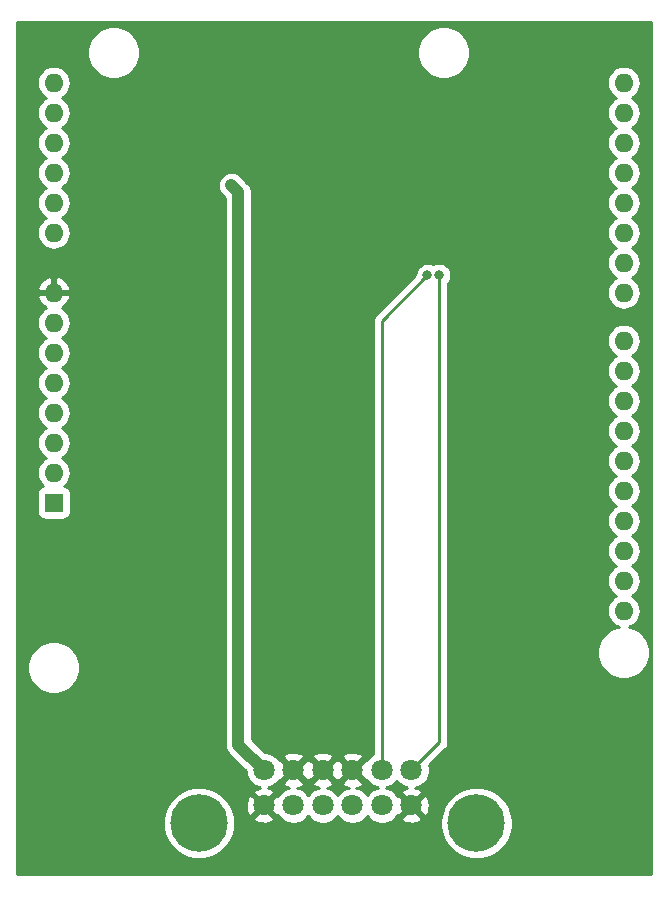
<source format=gbr>
G04 #@! TF.GenerationSoftware,KiCad,Pcbnew,(5.1.2)-2*
G04 #@! TF.CreationDate,2020-03-09T10:51:38+01:00*
G04 #@! TF.ProjectId,Extension_PCB,45787465-6e73-4696-9f6e-5f5043422e6b,rev?*
G04 #@! TF.SameCoordinates,Original*
G04 #@! TF.FileFunction,Copper,L2,Bot*
G04 #@! TF.FilePolarity,Positive*
%FSLAX46Y46*%
G04 Gerber Fmt 4.6, Leading zero omitted, Abs format (unit mm)*
G04 Created by KiCad (PCBNEW (5.1.2)-2) date 2020-03-09 10:51:38*
%MOMM*%
%LPD*%
G04 APERTURE LIST*
%ADD10C,1.800000*%
%ADD11C,4.875000*%
%ADD12O,1.600000X1.600000*%
%ADD13R,1.600000X1.600000*%
%ADD14C,0.800000*%
%ADD15C,2.000000*%
%ADD16C,1.000000*%
%ADD17C,0.250000*%
%ADD18C,0.254000*%
G04 APERTURE END LIST*
D10*
X179050000Y-135500000D03*
X176550000Y-135500000D03*
X174050000Y-135500000D03*
X171550000Y-135500000D03*
X169050000Y-135500000D03*
X166550000Y-135500000D03*
X179050000Y-138500000D03*
X176550000Y-138500000D03*
X174050000Y-138500000D03*
X171550000Y-138500000D03*
X169050000Y-138500000D03*
X166550000Y-138500000D03*
D11*
X161050000Y-140000000D03*
X184550000Y-140000000D03*
D12*
X197020180Y-79839820D03*
X197020180Y-77299820D03*
X197020180Y-116919820D03*
X148760180Y-77299820D03*
X197020180Y-114379820D03*
X148760180Y-79839820D03*
X197020180Y-111839820D03*
X148760180Y-82379820D03*
X197020180Y-109299820D03*
X148760180Y-84919820D03*
X197020180Y-106759820D03*
X148760180Y-87459820D03*
X197020180Y-104219820D03*
X148760180Y-89999820D03*
X197020180Y-101679820D03*
X148760180Y-95079820D03*
X197020180Y-99139820D03*
X148760180Y-97619820D03*
X197020180Y-95079820D03*
X148760180Y-100159820D03*
X197020180Y-92539820D03*
X148760180Y-102699820D03*
X197020180Y-89999820D03*
X148760180Y-105239820D03*
X197020180Y-87459820D03*
X148760180Y-107779820D03*
X197020180Y-84919820D03*
X148760180Y-110319820D03*
X197020180Y-82379820D03*
D13*
X148760180Y-112859820D03*
D12*
X197020180Y-119459820D03*
X197020180Y-121999820D03*
D14*
X163800000Y-86000000D03*
D15*
X188200000Y-98800000D03*
X177400000Y-89200000D03*
D14*
X162878200Y-91194180D03*
D15*
X184600000Y-89400000D03*
D14*
X181400000Y-93600000D03*
X180400000Y-93600000D03*
D16*
X164400000Y-133350000D02*
X166550000Y-135500000D01*
X164400000Y-86600000D02*
X164400000Y-133350000D01*
X164400000Y-86600000D02*
X163800000Y-86000000D01*
D17*
X181400000Y-133150000D02*
X179050000Y-135500000D01*
X181400000Y-93600000D02*
X181400000Y-133150000D01*
X176550000Y-97450000D02*
X180400000Y-93600000D01*
X176550000Y-135500000D02*
X176550000Y-97450000D01*
D18*
G36*
X199315000Y-144315000D02*
G01*
X145685000Y-144315000D01*
X145685000Y-139697385D01*
X157977500Y-139697385D01*
X157977500Y-140302615D01*
X158095574Y-140896215D01*
X158327185Y-141455375D01*
X158663433Y-141958605D01*
X159091395Y-142386567D01*
X159594625Y-142722815D01*
X160153785Y-142954426D01*
X160747385Y-143072500D01*
X161352615Y-143072500D01*
X161946215Y-142954426D01*
X162505375Y-142722815D01*
X163008605Y-142386567D01*
X163436567Y-141958605D01*
X163772815Y-141455375D01*
X164004426Y-140896215D01*
X164122500Y-140302615D01*
X164122500Y-139697385D01*
X164095985Y-139564080D01*
X165665525Y-139564080D01*
X165749208Y-139818261D01*
X166021775Y-139949158D01*
X166314642Y-140024365D01*
X166616553Y-140040991D01*
X166915907Y-139998397D01*
X167201199Y-139898222D01*
X167350792Y-139818261D01*
X167434475Y-139564080D01*
X166550000Y-138679605D01*
X165665525Y-139564080D01*
X164095985Y-139564080D01*
X164004426Y-139103785D01*
X163781898Y-138566553D01*
X165009009Y-138566553D01*
X165051603Y-138865907D01*
X165151778Y-139151199D01*
X165231739Y-139300792D01*
X165485920Y-139384475D01*
X166370395Y-138500000D01*
X166729605Y-138500000D01*
X167614080Y-139384475D01*
X167762262Y-139335690D01*
X167857688Y-139478505D01*
X168071495Y-139692312D01*
X168322905Y-139860299D01*
X168602257Y-139976011D01*
X168898816Y-140035000D01*
X169201184Y-140035000D01*
X169497743Y-139976011D01*
X169777095Y-139860299D01*
X170028505Y-139692312D01*
X170242312Y-139478505D01*
X170300000Y-139392169D01*
X170357688Y-139478505D01*
X170571495Y-139692312D01*
X170822905Y-139860299D01*
X171102257Y-139976011D01*
X171398816Y-140035000D01*
X171701184Y-140035000D01*
X171997743Y-139976011D01*
X172277095Y-139860299D01*
X172528505Y-139692312D01*
X172742312Y-139478505D01*
X172800000Y-139392169D01*
X172857688Y-139478505D01*
X173071495Y-139692312D01*
X173322905Y-139860299D01*
X173602257Y-139976011D01*
X173898816Y-140035000D01*
X174201184Y-140035000D01*
X174497743Y-139976011D01*
X174777095Y-139860299D01*
X175028505Y-139692312D01*
X175242312Y-139478505D01*
X175300000Y-139392169D01*
X175357688Y-139478505D01*
X175571495Y-139692312D01*
X175822905Y-139860299D01*
X176102257Y-139976011D01*
X176398816Y-140035000D01*
X176701184Y-140035000D01*
X176997743Y-139976011D01*
X177277095Y-139860299D01*
X177528505Y-139692312D01*
X177656737Y-139564080D01*
X178165525Y-139564080D01*
X178249208Y-139818261D01*
X178521775Y-139949158D01*
X178814642Y-140024365D01*
X179116553Y-140040991D01*
X179415907Y-139998397D01*
X179701199Y-139898222D01*
X179850792Y-139818261D01*
X179890587Y-139697385D01*
X181477500Y-139697385D01*
X181477500Y-140302615D01*
X181595574Y-140896215D01*
X181827185Y-141455375D01*
X182163433Y-141958605D01*
X182591395Y-142386567D01*
X183094625Y-142722815D01*
X183653785Y-142954426D01*
X184247385Y-143072500D01*
X184852615Y-143072500D01*
X185446215Y-142954426D01*
X186005375Y-142722815D01*
X186508605Y-142386567D01*
X186936567Y-141958605D01*
X187272815Y-141455375D01*
X187504426Y-140896215D01*
X187622500Y-140302615D01*
X187622500Y-139697385D01*
X187504426Y-139103785D01*
X187272815Y-138544625D01*
X186936567Y-138041395D01*
X186508605Y-137613433D01*
X186005375Y-137277185D01*
X185446215Y-137045574D01*
X184852615Y-136927500D01*
X184247385Y-136927500D01*
X183653785Y-137045574D01*
X183094625Y-137277185D01*
X182591395Y-137613433D01*
X182163433Y-138041395D01*
X181827185Y-138544625D01*
X181595574Y-139103785D01*
X181477500Y-139697385D01*
X179890587Y-139697385D01*
X179934475Y-139564080D01*
X179050000Y-138679605D01*
X178165525Y-139564080D01*
X177656737Y-139564080D01*
X177742312Y-139478505D01*
X177837738Y-139335690D01*
X177985920Y-139384475D01*
X178870395Y-138500000D01*
X179229605Y-138500000D01*
X180114080Y-139384475D01*
X180368261Y-139300792D01*
X180499158Y-139028225D01*
X180574365Y-138735358D01*
X180590991Y-138433447D01*
X180548397Y-138134093D01*
X180448222Y-137848801D01*
X180368261Y-137699208D01*
X180114080Y-137615525D01*
X179229605Y-138500000D01*
X178870395Y-138500000D01*
X177985920Y-137615525D01*
X177837738Y-137664310D01*
X177742312Y-137521495D01*
X177528505Y-137307688D01*
X177277095Y-137139701D01*
X176997743Y-137023989D01*
X176877142Y-137000000D01*
X176997743Y-136976011D01*
X177277095Y-136860299D01*
X177528505Y-136692312D01*
X177742312Y-136478505D01*
X177800000Y-136392169D01*
X177857688Y-136478505D01*
X178071495Y-136692312D01*
X178322905Y-136860299D01*
X178602257Y-136976011D01*
X178711391Y-136997719D01*
X178684093Y-137001603D01*
X178398801Y-137101778D01*
X178249208Y-137181739D01*
X178165525Y-137435920D01*
X179050000Y-138320395D01*
X179934475Y-137435920D01*
X179850792Y-137181739D01*
X179578225Y-137050842D01*
X179378887Y-136999653D01*
X179497743Y-136976011D01*
X179777095Y-136860299D01*
X180028505Y-136692312D01*
X180242312Y-136478505D01*
X180410299Y-136227095D01*
X180526011Y-135947743D01*
X180585000Y-135651184D01*
X180585000Y-135348816D01*
X180533731Y-135091070D01*
X181911003Y-133713799D01*
X181940001Y-133690001D01*
X182034974Y-133574276D01*
X182105546Y-133442247D01*
X182149003Y-133298986D01*
X182160000Y-133187333D01*
X182160000Y-133187323D01*
X182163676Y-133150000D01*
X182160000Y-133112677D01*
X182160000Y-125339692D01*
X194785180Y-125339692D01*
X194785180Y-125779948D01*
X194871070Y-126211745D01*
X195039549Y-126618489D01*
X195284142Y-126984549D01*
X195595451Y-127295858D01*
X195961511Y-127540451D01*
X196368255Y-127708930D01*
X196800052Y-127794820D01*
X197240308Y-127794820D01*
X197672105Y-127708930D01*
X198078849Y-127540451D01*
X198444909Y-127295858D01*
X198756218Y-126984549D01*
X199000811Y-126618489D01*
X199169290Y-126211745D01*
X199255180Y-125779948D01*
X199255180Y-125339692D01*
X199169290Y-124907895D01*
X199000811Y-124501151D01*
X198756218Y-124135091D01*
X198444909Y-123823782D01*
X198078849Y-123579189D01*
X197672105Y-123410710D01*
X197454929Y-123367511D01*
X197571988Y-123332002D01*
X197821281Y-123198752D01*
X198039788Y-123019428D01*
X198219112Y-122800921D01*
X198352362Y-122551628D01*
X198434416Y-122281129D01*
X198462123Y-121999820D01*
X198434416Y-121718511D01*
X198352362Y-121448012D01*
X198219112Y-121198719D01*
X198039788Y-120980212D01*
X197821281Y-120800888D01*
X197688322Y-120729820D01*
X197821281Y-120658752D01*
X198039788Y-120479428D01*
X198219112Y-120260921D01*
X198352362Y-120011628D01*
X198434416Y-119741129D01*
X198462123Y-119459820D01*
X198434416Y-119178511D01*
X198352362Y-118908012D01*
X198219112Y-118658719D01*
X198039788Y-118440212D01*
X197821281Y-118260888D01*
X197688322Y-118189820D01*
X197821281Y-118118752D01*
X198039788Y-117939428D01*
X198219112Y-117720921D01*
X198352362Y-117471628D01*
X198434416Y-117201129D01*
X198462123Y-116919820D01*
X198434416Y-116638511D01*
X198352362Y-116368012D01*
X198219112Y-116118719D01*
X198039788Y-115900212D01*
X197821281Y-115720888D01*
X197688322Y-115649820D01*
X197821281Y-115578752D01*
X198039788Y-115399428D01*
X198219112Y-115180921D01*
X198352362Y-114931628D01*
X198434416Y-114661129D01*
X198462123Y-114379820D01*
X198434416Y-114098511D01*
X198352362Y-113828012D01*
X198219112Y-113578719D01*
X198039788Y-113360212D01*
X197821281Y-113180888D01*
X197688322Y-113109820D01*
X197821281Y-113038752D01*
X198039788Y-112859428D01*
X198219112Y-112640921D01*
X198352362Y-112391628D01*
X198434416Y-112121129D01*
X198462123Y-111839820D01*
X198434416Y-111558511D01*
X198352362Y-111288012D01*
X198219112Y-111038719D01*
X198039788Y-110820212D01*
X197821281Y-110640888D01*
X197688322Y-110569820D01*
X197821281Y-110498752D01*
X198039788Y-110319428D01*
X198219112Y-110100921D01*
X198352362Y-109851628D01*
X198434416Y-109581129D01*
X198462123Y-109299820D01*
X198434416Y-109018511D01*
X198352362Y-108748012D01*
X198219112Y-108498719D01*
X198039788Y-108280212D01*
X197821281Y-108100888D01*
X197688322Y-108029820D01*
X197821281Y-107958752D01*
X198039788Y-107779428D01*
X198219112Y-107560921D01*
X198352362Y-107311628D01*
X198434416Y-107041129D01*
X198462123Y-106759820D01*
X198434416Y-106478511D01*
X198352362Y-106208012D01*
X198219112Y-105958719D01*
X198039788Y-105740212D01*
X197821281Y-105560888D01*
X197688322Y-105489820D01*
X197821281Y-105418752D01*
X198039788Y-105239428D01*
X198219112Y-105020921D01*
X198352362Y-104771628D01*
X198434416Y-104501129D01*
X198462123Y-104219820D01*
X198434416Y-103938511D01*
X198352362Y-103668012D01*
X198219112Y-103418719D01*
X198039788Y-103200212D01*
X197821281Y-103020888D01*
X197688322Y-102949820D01*
X197821281Y-102878752D01*
X198039788Y-102699428D01*
X198219112Y-102480921D01*
X198352362Y-102231628D01*
X198434416Y-101961129D01*
X198462123Y-101679820D01*
X198434416Y-101398511D01*
X198352362Y-101128012D01*
X198219112Y-100878719D01*
X198039788Y-100660212D01*
X197821281Y-100480888D01*
X197688322Y-100409820D01*
X197821281Y-100338752D01*
X198039788Y-100159428D01*
X198219112Y-99940921D01*
X198352362Y-99691628D01*
X198434416Y-99421129D01*
X198462123Y-99139820D01*
X198434416Y-98858511D01*
X198352362Y-98588012D01*
X198219112Y-98338719D01*
X198039788Y-98120212D01*
X197821281Y-97940888D01*
X197571988Y-97807638D01*
X197301489Y-97725584D01*
X197090672Y-97704820D01*
X196949688Y-97704820D01*
X196738871Y-97725584D01*
X196468372Y-97807638D01*
X196219079Y-97940888D01*
X196000572Y-98120212D01*
X195821248Y-98338719D01*
X195687998Y-98588012D01*
X195605944Y-98858511D01*
X195578237Y-99139820D01*
X195605944Y-99421129D01*
X195687998Y-99691628D01*
X195821248Y-99940921D01*
X196000572Y-100159428D01*
X196219079Y-100338752D01*
X196352038Y-100409820D01*
X196219079Y-100480888D01*
X196000572Y-100660212D01*
X195821248Y-100878719D01*
X195687998Y-101128012D01*
X195605944Y-101398511D01*
X195578237Y-101679820D01*
X195605944Y-101961129D01*
X195687998Y-102231628D01*
X195821248Y-102480921D01*
X196000572Y-102699428D01*
X196219079Y-102878752D01*
X196352038Y-102949820D01*
X196219079Y-103020888D01*
X196000572Y-103200212D01*
X195821248Y-103418719D01*
X195687998Y-103668012D01*
X195605944Y-103938511D01*
X195578237Y-104219820D01*
X195605944Y-104501129D01*
X195687998Y-104771628D01*
X195821248Y-105020921D01*
X196000572Y-105239428D01*
X196219079Y-105418752D01*
X196352038Y-105489820D01*
X196219079Y-105560888D01*
X196000572Y-105740212D01*
X195821248Y-105958719D01*
X195687998Y-106208012D01*
X195605944Y-106478511D01*
X195578237Y-106759820D01*
X195605944Y-107041129D01*
X195687998Y-107311628D01*
X195821248Y-107560921D01*
X196000572Y-107779428D01*
X196219079Y-107958752D01*
X196352038Y-108029820D01*
X196219079Y-108100888D01*
X196000572Y-108280212D01*
X195821248Y-108498719D01*
X195687998Y-108748012D01*
X195605944Y-109018511D01*
X195578237Y-109299820D01*
X195605944Y-109581129D01*
X195687998Y-109851628D01*
X195821248Y-110100921D01*
X196000572Y-110319428D01*
X196219079Y-110498752D01*
X196352038Y-110569820D01*
X196219079Y-110640888D01*
X196000572Y-110820212D01*
X195821248Y-111038719D01*
X195687998Y-111288012D01*
X195605944Y-111558511D01*
X195578237Y-111839820D01*
X195605944Y-112121129D01*
X195687998Y-112391628D01*
X195821248Y-112640921D01*
X196000572Y-112859428D01*
X196219079Y-113038752D01*
X196352038Y-113109820D01*
X196219079Y-113180888D01*
X196000572Y-113360212D01*
X195821248Y-113578719D01*
X195687998Y-113828012D01*
X195605944Y-114098511D01*
X195578237Y-114379820D01*
X195605944Y-114661129D01*
X195687998Y-114931628D01*
X195821248Y-115180921D01*
X196000572Y-115399428D01*
X196219079Y-115578752D01*
X196352038Y-115649820D01*
X196219079Y-115720888D01*
X196000572Y-115900212D01*
X195821248Y-116118719D01*
X195687998Y-116368012D01*
X195605944Y-116638511D01*
X195578237Y-116919820D01*
X195605944Y-117201129D01*
X195687998Y-117471628D01*
X195821248Y-117720921D01*
X196000572Y-117939428D01*
X196219079Y-118118752D01*
X196352038Y-118189820D01*
X196219079Y-118260888D01*
X196000572Y-118440212D01*
X195821248Y-118658719D01*
X195687998Y-118908012D01*
X195605944Y-119178511D01*
X195578237Y-119459820D01*
X195605944Y-119741129D01*
X195687998Y-120011628D01*
X195821248Y-120260921D01*
X196000572Y-120479428D01*
X196219079Y-120658752D01*
X196352038Y-120729820D01*
X196219079Y-120800888D01*
X196000572Y-120980212D01*
X195821248Y-121198719D01*
X195687998Y-121448012D01*
X195605944Y-121718511D01*
X195578237Y-121999820D01*
X195605944Y-122281129D01*
X195687998Y-122551628D01*
X195821248Y-122800921D01*
X196000572Y-123019428D01*
X196219079Y-123198752D01*
X196468372Y-123332002D01*
X196585431Y-123367511D01*
X196368255Y-123410710D01*
X195961511Y-123579189D01*
X195595451Y-123823782D01*
X195284142Y-124135091D01*
X195039549Y-124501151D01*
X194871070Y-124907895D01*
X194785180Y-125339692D01*
X182160000Y-125339692D01*
X182160000Y-94303711D01*
X182203937Y-94259774D01*
X182317205Y-94090256D01*
X182395226Y-93901898D01*
X182435000Y-93701939D01*
X182435000Y-93498061D01*
X182395226Y-93298102D01*
X182317205Y-93109744D01*
X182203937Y-92940226D01*
X182059774Y-92796063D01*
X181890256Y-92682795D01*
X181701898Y-92604774D01*
X181501939Y-92565000D01*
X181298061Y-92565000D01*
X181098102Y-92604774D01*
X180909744Y-92682795D01*
X180900000Y-92689306D01*
X180890256Y-92682795D01*
X180701898Y-92604774D01*
X180501939Y-92565000D01*
X180298061Y-92565000D01*
X180098102Y-92604774D01*
X179909744Y-92682795D01*
X179740226Y-92796063D01*
X179596063Y-92940226D01*
X179482795Y-93109744D01*
X179404774Y-93298102D01*
X179365000Y-93498061D01*
X179365000Y-93560198D01*
X176038998Y-96886201D01*
X176010000Y-96909999D01*
X175986202Y-96938997D01*
X175986201Y-96938998D01*
X175915026Y-97025724D01*
X175844454Y-97157754D01*
X175800998Y-97301015D01*
X175786324Y-97450000D01*
X175790001Y-97487333D01*
X175790000Y-134161687D01*
X175571495Y-134307688D01*
X175357688Y-134521495D01*
X175262262Y-134664310D01*
X175114080Y-134615525D01*
X174229605Y-135500000D01*
X175114080Y-136384475D01*
X175262262Y-136335690D01*
X175357688Y-136478505D01*
X175571495Y-136692312D01*
X175822905Y-136860299D01*
X176102257Y-136976011D01*
X176222858Y-137000000D01*
X176102257Y-137023989D01*
X175822905Y-137139701D01*
X175571495Y-137307688D01*
X175357688Y-137521495D01*
X175300000Y-137607831D01*
X175242312Y-137521495D01*
X175028505Y-137307688D01*
X174777095Y-137139701D01*
X174497743Y-137023989D01*
X174388609Y-137002281D01*
X174415907Y-136998397D01*
X174701199Y-136898222D01*
X174850792Y-136818261D01*
X174934475Y-136564080D01*
X174050000Y-135679605D01*
X173165525Y-136564080D01*
X173249208Y-136818261D01*
X173521775Y-136949158D01*
X173721113Y-137000347D01*
X173602257Y-137023989D01*
X173322905Y-137139701D01*
X173071495Y-137307688D01*
X172857688Y-137521495D01*
X172800000Y-137607831D01*
X172742312Y-137521495D01*
X172528505Y-137307688D01*
X172277095Y-137139701D01*
X171997743Y-137023989D01*
X171888609Y-137002281D01*
X171915907Y-136998397D01*
X172201199Y-136898222D01*
X172350792Y-136818261D01*
X172434475Y-136564080D01*
X171550000Y-135679605D01*
X170665525Y-136564080D01*
X170749208Y-136818261D01*
X171021775Y-136949158D01*
X171221113Y-137000347D01*
X171102257Y-137023989D01*
X170822905Y-137139701D01*
X170571495Y-137307688D01*
X170357688Y-137521495D01*
X170300000Y-137607831D01*
X170242312Y-137521495D01*
X170028505Y-137307688D01*
X169777095Y-137139701D01*
X169497743Y-137023989D01*
X169388609Y-137002281D01*
X169415907Y-136998397D01*
X169701199Y-136898222D01*
X169850792Y-136818261D01*
X169934475Y-136564080D01*
X169050000Y-135679605D01*
X168165525Y-136564080D01*
X168249208Y-136818261D01*
X168521775Y-136949158D01*
X168721113Y-137000347D01*
X168602257Y-137023989D01*
X168322905Y-137139701D01*
X168071495Y-137307688D01*
X167857688Y-137521495D01*
X167762262Y-137664310D01*
X167614080Y-137615525D01*
X166729605Y-138500000D01*
X166370395Y-138500000D01*
X165485920Y-137615525D01*
X165231739Y-137699208D01*
X165100842Y-137971775D01*
X165025635Y-138264642D01*
X165009009Y-138566553D01*
X163781898Y-138566553D01*
X163772815Y-138544625D01*
X163436567Y-138041395D01*
X163008605Y-137613433D01*
X162505375Y-137277185D01*
X161946215Y-137045574D01*
X161352615Y-136927500D01*
X160747385Y-136927500D01*
X160153785Y-137045574D01*
X159594625Y-137277185D01*
X159091395Y-137613433D01*
X158663433Y-138041395D01*
X158327185Y-138544625D01*
X158095574Y-139103785D01*
X157977500Y-139697385D01*
X145685000Y-139697385D01*
X145685000Y-126609692D01*
X146525180Y-126609692D01*
X146525180Y-127049948D01*
X146611070Y-127481745D01*
X146779549Y-127888489D01*
X147024142Y-128254549D01*
X147335451Y-128565858D01*
X147701511Y-128810451D01*
X148108255Y-128978930D01*
X148540052Y-129064820D01*
X148980308Y-129064820D01*
X149412105Y-128978930D01*
X149818849Y-128810451D01*
X150184909Y-128565858D01*
X150496218Y-128254549D01*
X150740811Y-127888489D01*
X150909290Y-127481745D01*
X150995180Y-127049948D01*
X150995180Y-126609692D01*
X150909290Y-126177895D01*
X150740811Y-125771151D01*
X150496218Y-125405091D01*
X150184909Y-125093782D01*
X149818849Y-124849189D01*
X149412105Y-124680710D01*
X148980308Y-124594820D01*
X148540052Y-124594820D01*
X148108255Y-124680710D01*
X147701511Y-124849189D01*
X147335451Y-125093782D01*
X147024142Y-125405091D01*
X146779549Y-125771151D01*
X146611070Y-126177895D01*
X146525180Y-126609692D01*
X145685000Y-126609692D01*
X145685000Y-97619820D01*
X147318237Y-97619820D01*
X147345944Y-97901129D01*
X147427998Y-98171628D01*
X147561248Y-98420921D01*
X147740572Y-98639428D01*
X147959079Y-98818752D01*
X148092038Y-98889820D01*
X147959079Y-98960888D01*
X147740572Y-99140212D01*
X147561248Y-99358719D01*
X147427998Y-99608012D01*
X147345944Y-99878511D01*
X147318237Y-100159820D01*
X147345944Y-100441129D01*
X147427998Y-100711628D01*
X147561248Y-100960921D01*
X147740572Y-101179428D01*
X147959079Y-101358752D01*
X148092038Y-101429820D01*
X147959079Y-101500888D01*
X147740572Y-101680212D01*
X147561248Y-101898719D01*
X147427998Y-102148012D01*
X147345944Y-102418511D01*
X147318237Y-102699820D01*
X147345944Y-102981129D01*
X147427998Y-103251628D01*
X147561248Y-103500921D01*
X147740572Y-103719428D01*
X147959079Y-103898752D01*
X148092038Y-103969820D01*
X147959079Y-104040888D01*
X147740572Y-104220212D01*
X147561248Y-104438719D01*
X147427998Y-104688012D01*
X147345944Y-104958511D01*
X147318237Y-105239820D01*
X147345944Y-105521129D01*
X147427998Y-105791628D01*
X147561248Y-106040921D01*
X147740572Y-106259428D01*
X147959079Y-106438752D01*
X148092038Y-106509820D01*
X147959079Y-106580888D01*
X147740572Y-106760212D01*
X147561248Y-106978719D01*
X147427998Y-107228012D01*
X147345944Y-107498511D01*
X147318237Y-107779820D01*
X147345944Y-108061129D01*
X147427998Y-108331628D01*
X147561248Y-108580921D01*
X147740572Y-108799428D01*
X147959079Y-108978752D01*
X148092038Y-109049820D01*
X147959079Y-109120888D01*
X147740572Y-109300212D01*
X147561248Y-109518719D01*
X147427998Y-109768012D01*
X147345944Y-110038511D01*
X147318237Y-110319820D01*
X147345944Y-110601129D01*
X147427998Y-110871628D01*
X147561248Y-111120921D01*
X147740572Y-111339428D01*
X147853662Y-111432239D01*
X147835698Y-111434008D01*
X147716000Y-111470318D01*
X147605686Y-111529283D01*
X147508995Y-111608635D01*
X147429643Y-111705326D01*
X147370678Y-111815640D01*
X147334368Y-111935338D01*
X147322108Y-112059820D01*
X147322108Y-113659820D01*
X147334368Y-113784302D01*
X147370678Y-113904000D01*
X147429643Y-114014314D01*
X147508995Y-114111005D01*
X147605686Y-114190357D01*
X147716000Y-114249322D01*
X147835698Y-114285632D01*
X147960180Y-114297892D01*
X149560180Y-114297892D01*
X149684662Y-114285632D01*
X149804360Y-114249322D01*
X149914674Y-114190357D01*
X150011365Y-114111005D01*
X150090717Y-114014314D01*
X150149682Y-113904000D01*
X150185992Y-113784302D01*
X150198252Y-113659820D01*
X150198252Y-112059820D01*
X150185992Y-111935338D01*
X150149682Y-111815640D01*
X150090717Y-111705326D01*
X150011365Y-111608635D01*
X149914674Y-111529283D01*
X149804360Y-111470318D01*
X149684662Y-111434008D01*
X149666698Y-111432239D01*
X149779788Y-111339428D01*
X149959112Y-111120921D01*
X150092362Y-110871628D01*
X150174416Y-110601129D01*
X150202123Y-110319820D01*
X150174416Y-110038511D01*
X150092362Y-109768012D01*
X149959112Y-109518719D01*
X149779788Y-109300212D01*
X149561281Y-109120888D01*
X149428322Y-109049820D01*
X149561281Y-108978752D01*
X149779788Y-108799428D01*
X149959112Y-108580921D01*
X150092362Y-108331628D01*
X150174416Y-108061129D01*
X150202123Y-107779820D01*
X150174416Y-107498511D01*
X150092362Y-107228012D01*
X149959112Y-106978719D01*
X149779788Y-106760212D01*
X149561281Y-106580888D01*
X149428322Y-106509820D01*
X149561281Y-106438752D01*
X149779788Y-106259428D01*
X149959112Y-106040921D01*
X150092362Y-105791628D01*
X150174416Y-105521129D01*
X150202123Y-105239820D01*
X150174416Y-104958511D01*
X150092362Y-104688012D01*
X149959112Y-104438719D01*
X149779788Y-104220212D01*
X149561281Y-104040888D01*
X149428322Y-103969820D01*
X149561281Y-103898752D01*
X149779788Y-103719428D01*
X149959112Y-103500921D01*
X150092362Y-103251628D01*
X150174416Y-102981129D01*
X150202123Y-102699820D01*
X150174416Y-102418511D01*
X150092362Y-102148012D01*
X149959112Y-101898719D01*
X149779788Y-101680212D01*
X149561281Y-101500888D01*
X149428322Y-101429820D01*
X149561281Y-101358752D01*
X149779788Y-101179428D01*
X149959112Y-100960921D01*
X150092362Y-100711628D01*
X150174416Y-100441129D01*
X150202123Y-100159820D01*
X150174416Y-99878511D01*
X150092362Y-99608012D01*
X149959112Y-99358719D01*
X149779788Y-99140212D01*
X149561281Y-98960888D01*
X149428322Y-98889820D01*
X149561281Y-98818752D01*
X149779788Y-98639428D01*
X149959112Y-98420921D01*
X150092362Y-98171628D01*
X150174416Y-97901129D01*
X150202123Y-97619820D01*
X150174416Y-97338511D01*
X150092362Y-97068012D01*
X149959112Y-96818719D01*
X149779788Y-96600212D01*
X149561281Y-96420888D01*
X149423498Y-96347241D01*
X149615311Y-96232205D01*
X149823699Y-96043234D01*
X149991217Y-95817240D01*
X150111426Y-95562907D01*
X150152084Y-95428859D01*
X150030095Y-95206820D01*
X148887180Y-95206820D01*
X148887180Y-95226820D01*
X148633180Y-95226820D01*
X148633180Y-95206820D01*
X147490265Y-95206820D01*
X147368276Y-95428859D01*
X147408934Y-95562907D01*
X147529143Y-95817240D01*
X147696661Y-96043234D01*
X147905049Y-96232205D01*
X148096862Y-96347241D01*
X147959079Y-96420888D01*
X147740572Y-96600212D01*
X147561248Y-96818719D01*
X147427998Y-97068012D01*
X147345944Y-97338511D01*
X147318237Y-97619820D01*
X145685000Y-97619820D01*
X145685000Y-94730781D01*
X147368276Y-94730781D01*
X147490265Y-94952820D01*
X148633180Y-94952820D01*
X148633180Y-93809196D01*
X148887180Y-93809196D01*
X148887180Y-94952820D01*
X150030095Y-94952820D01*
X150152084Y-94730781D01*
X150111426Y-94596733D01*
X149991217Y-94342400D01*
X149823699Y-94116406D01*
X149615311Y-93927435D01*
X149374061Y-93782750D01*
X149109220Y-93687911D01*
X148887180Y-93809196D01*
X148633180Y-93809196D01*
X148411140Y-93687911D01*
X148146299Y-93782750D01*
X147905049Y-93927435D01*
X147696661Y-94116406D01*
X147529143Y-94342400D01*
X147408934Y-94596733D01*
X147368276Y-94730781D01*
X145685000Y-94730781D01*
X145685000Y-77299820D01*
X147318237Y-77299820D01*
X147345944Y-77581129D01*
X147427998Y-77851628D01*
X147561248Y-78100921D01*
X147740572Y-78319428D01*
X147959079Y-78498752D01*
X148092038Y-78569820D01*
X147959079Y-78640888D01*
X147740572Y-78820212D01*
X147561248Y-79038719D01*
X147427998Y-79288012D01*
X147345944Y-79558511D01*
X147318237Y-79839820D01*
X147345944Y-80121129D01*
X147427998Y-80391628D01*
X147561248Y-80640921D01*
X147740572Y-80859428D01*
X147959079Y-81038752D01*
X148092038Y-81109820D01*
X147959079Y-81180888D01*
X147740572Y-81360212D01*
X147561248Y-81578719D01*
X147427998Y-81828012D01*
X147345944Y-82098511D01*
X147318237Y-82379820D01*
X147345944Y-82661129D01*
X147427998Y-82931628D01*
X147561248Y-83180921D01*
X147740572Y-83399428D01*
X147959079Y-83578752D01*
X148092038Y-83649820D01*
X147959079Y-83720888D01*
X147740572Y-83900212D01*
X147561248Y-84118719D01*
X147427998Y-84368012D01*
X147345944Y-84638511D01*
X147318237Y-84919820D01*
X147345944Y-85201129D01*
X147427998Y-85471628D01*
X147561248Y-85720921D01*
X147740572Y-85939428D01*
X147959079Y-86118752D01*
X148092038Y-86189820D01*
X147959079Y-86260888D01*
X147740572Y-86440212D01*
X147561248Y-86658719D01*
X147427998Y-86908012D01*
X147345944Y-87178511D01*
X147318237Y-87459820D01*
X147345944Y-87741129D01*
X147427998Y-88011628D01*
X147561248Y-88260921D01*
X147740572Y-88479428D01*
X147959079Y-88658752D01*
X148092038Y-88729820D01*
X147959079Y-88800888D01*
X147740572Y-88980212D01*
X147561248Y-89198719D01*
X147427998Y-89448012D01*
X147345944Y-89718511D01*
X147318237Y-89999820D01*
X147345944Y-90281129D01*
X147427998Y-90551628D01*
X147561248Y-90800921D01*
X147740572Y-91019428D01*
X147959079Y-91198752D01*
X148208372Y-91332002D01*
X148478871Y-91414056D01*
X148689688Y-91434820D01*
X148830672Y-91434820D01*
X149041489Y-91414056D01*
X149311988Y-91332002D01*
X149561281Y-91198752D01*
X149779788Y-91019428D01*
X149959112Y-90800921D01*
X150092362Y-90551628D01*
X150174416Y-90281129D01*
X150202123Y-89999820D01*
X150174416Y-89718511D01*
X150092362Y-89448012D01*
X149959112Y-89198719D01*
X149779788Y-88980212D01*
X149561281Y-88800888D01*
X149428322Y-88729820D01*
X149561281Y-88658752D01*
X149779788Y-88479428D01*
X149959112Y-88260921D01*
X150092362Y-88011628D01*
X150174416Y-87741129D01*
X150202123Y-87459820D01*
X150174416Y-87178511D01*
X150092362Y-86908012D01*
X149959112Y-86658719D01*
X149779788Y-86440212D01*
X149561281Y-86260888D01*
X149428322Y-86189820D01*
X149561281Y-86118752D01*
X149705980Y-86000000D01*
X162659509Y-86000000D01*
X162681423Y-86222498D01*
X162746324Y-86436446D01*
X162851717Y-86633622D01*
X162958012Y-86763143D01*
X163265000Y-87070131D01*
X163265001Y-133294238D01*
X163259509Y-133350000D01*
X163281423Y-133572498D01*
X163346324Y-133786446D01*
X163346325Y-133786447D01*
X163451717Y-133983623D01*
X163593552Y-134156449D01*
X163636860Y-134191991D01*
X165015000Y-135570132D01*
X165015000Y-135651184D01*
X165073989Y-135947743D01*
X165189701Y-136227095D01*
X165357688Y-136478505D01*
X165571495Y-136692312D01*
X165822905Y-136860299D01*
X166102257Y-136976011D01*
X166211391Y-136997719D01*
X166184093Y-137001603D01*
X165898801Y-137101778D01*
X165749208Y-137181739D01*
X165665525Y-137435920D01*
X166550000Y-138320395D01*
X167434475Y-137435920D01*
X167350792Y-137181739D01*
X167078225Y-137050842D01*
X166878887Y-136999653D01*
X166997743Y-136976011D01*
X167277095Y-136860299D01*
X167528505Y-136692312D01*
X167742312Y-136478505D01*
X167837738Y-136335690D01*
X167985920Y-136384475D01*
X168870395Y-135500000D01*
X169229605Y-135500000D01*
X170114080Y-136384475D01*
X170300000Y-136323265D01*
X170485920Y-136384475D01*
X171370395Y-135500000D01*
X171729605Y-135500000D01*
X172614080Y-136384475D01*
X172800000Y-136323265D01*
X172985920Y-136384475D01*
X173870395Y-135500000D01*
X172985920Y-134615525D01*
X172800000Y-134676735D01*
X172614080Y-134615525D01*
X171729605Y-135500000D01*
X171370395Y-135500000D01*
X170485920Y-134615525D01*
X170300000Y-134676735D01*
X170114080Y-134615525D01*
X169229605Y-135500000D01*
X168870395Y-135500000D01*
X167985920Y-134615525D01*
X167837738Y-134664310D01*
X167742312Y-134521495D01*
X167656737Y-134435920D01*
X168165525Y-134435920D01*
X169050000Y-135320395D01*
X169934475Y-134435920D01*
X170665525Y-134435920D01*
X171550000Y-135320395D01*
X172434475Y-134435920D01*
X173165525Y-134435920D01*
X174050000Y-135320395D01*
X174934475Y-134435920D01*
X174850792Y-134181739D01*
X174578225Y-134050842D01*
X174285358Y-133975635D01*
X173983447Y-133959009D01*
X173684093Y-134001603D01*
X173398801Y-134101778D01*
X173249208Y-134181739D01*
X173165525Y-134435920D01*
X172434475Y-134435920D01*
X172350792Y-134181739D01*
X172078225Y-134050842D01*
X171785358Y-133975635D01*
X171483447Y-133959009D01*
X171184093Y-134001603D01*
X170898801Y-134101778D01*
X170749208Y-134181739D01*
X170665525Y-134435920D01*
X169934475Y-134435920D01*
X169850792Y-134181739D01*
X169578225Y-134050842D01*
X169285358Y-133975635D01*
X168983447Y-133959009D01*
X168684093Y-134001603D01*
X168398801Y-134101778D01*
X168249208Y-134181739D01*
X168165525Y-134435920D01*
X167656737Y-134435920D01*
X167528505Y-134307688D01*
X167277095Y-134139701D01*
X166997743Y-134023989D01*
X166701184Y-133965000D01*
X166620132Y-133965000D01*
X165535000Y-132879869D01*
X165535000Y-86655751D01*
X165540491Y-86599999D01*
X165518577Y-86377500D01*
X165495643Y-86301898D01*
X165453676Y-86163553D01*
X165348284Y-85966377D01*
X165206449Y-85793551D01*
X165163135Y-85758004D01*
X164563143Y-85158012D01*
X164433622Y-85051717D01*
X164236446Y-84946324D01*
X164022498Y-84881423D01*
X163800000Y-84859509D01*
X163577502Y-84881423D01*
X163363554Y-84946324D01*
X163166378Y-85051717D01*
X162993552Y-85193552D01*
X162851717Y-85366378D01*
X162746324Y-85563554D01*
X162681423Y-85777502D01*
X162659509Y-86000000D01*
X149705980Y-86000000D01*
X149779788Y-85939428D01*
X149959112Y-85720921D01*
X150092362Y-85471628D01*
X150174416Y-85201129D01*
X150202123Y-84919820D01*
X150174416Y-84638511D01*
X150092362Y-84368012D01*
X149959112Y-84118719D01*
X149779788Y-83900212D01*
X149561281Y-83720888D01*
X149428322Y-83649820D01*
X149561281Y-83578752D01*
X149779788Y-83399428D01*
X149959112Y-83180921D01*
X150092362Y-82931628D01*
X150174416Y-82661129D01*
X150202123Y-82379820D01*
X150174416Y-82098511D01*
X150092362Y-81828012D01*
X149959112Y-81578719D01*
X149779788Y-81360212D01*
X149561281Y-81180888D01*
X149428322Y-81109820D01*
X149561281Y-81038752D01*
X149779788Y-80859428D01*
X149959112Y-80640921D01*
X150092362Y-80391628D01*
X150174416Y-80121129D01*
X150202123Y-79839820D01*
X150174416Y-79558511D01*
X150092362Y-79288012D01*
X149959112Y-79038719D01*
X149779788Y-78820212D01*
X149561281Y-78640888D01*
X149428322Y-78569820D01*
X149561281Y-78498752D01*
X149779788Y-78319428D01*
X149959112Y-78100921D01*
X150092362Y-77851628D01*
X150174416Y-77581129D01*
X150202123Y-77299820D01*
X195578237Y-77299820D01*
X195605944Y-77581129D01*
X195687998Y-77851628D01*
X195821248Y-78100921D01*
X196000572Y-78319428D01*
X196219079Y-78498752D01*
X196352038Y-78569820D01*
X196219079Y-78640888D01*
X196000572Y-78820212D01*
X195821248Y-79038719D01*
X195687998Y-79288012D01*
X195605944Y-79558511D01*
X195578237Y-79839820D01*
X195605944Y-80121129D01*
X195687998Y-80391628D01*
X195821248Y-80640921D01*
X196000572Y-80859428D01*
X196219079Y-81038752D01*
X196352038Y-81109820D01*
X196219079Y-81180888D01*
X196000572Y-81360212D01*
X195821248Y-81578719D01*
X195687998Y-81828012D01*
X195605944Y-82098511D01*
X195578237Y-82379820D01*
X195605944Y-82661129D01*
X195687998Y-82931628D01*
X195821248Y-83180921D01*
X196000572Y-83399428D01*
X196219079Y-83578752D01*
X196352038Y-83649820D01*
X196219079Y-83720888D01*
X196000572Y-83900212D01*
X195821248Y-84118719D01*
X195687998Y-84368012D01*
X195605944Y-84638511D01*
X195578237Y-84919820D01*
X195605944Y-85201129D01*
X195687998Y-85471628D01*
X195821248Y-85720921D01*
X196000572Y-85939428D01*
X196219079Y-86118752D01*
X196352038Y-86189820D01*
X196219079Y-86260888D01*
X196000572Y-86440212D01*
X195821248Y-86658719D01*
X195687998Y-86908012D01*
X195605944Y-87178511D01*
X195578237Y-87459820D01*
X195605944Y-87741129D01*
X195687998Y-88011628D01*
X195821248Y-88260921D01*
X196000572Y-88479428D01*
X196219079Y-88658752D01*
X196352038Y-88729820D01*
X196219079Y-88800888D01*
X196000572Y-88980212D01*
X195821248Y-89198719D01*
X195687998Y-89448012D01*
X195605944Y-89718511D01*
X195578237Y-89999820D01*
X195605944Y-90281129D01*
X195687998Y-90551628D01*
X195821248Y-90800921D01*
X196000572Y-91019428D01*
X196219079Y-91198752D01*
X196352038Y-91269820D01*
X196219079Y-91340888D01*
X196000572Y-91520212D01*
X195821248Y-91738719D01*
X195687998Y-91988012D01*
X195605944Y-92258511D01*
X195578237Y-92539820D01*
X195605944Y-92821129D01*
X195687998Y-93091628D01*
X195821248Y-93340921D01*
X196000572Y-93559428D01*
X196219079Y-93738752D01*
X196352038Y-93809820D01*
X196219079Y-93880888D01*
X196000572Y-94060212D01*
X195821248Y-94278719D01*
X195687998Y-94528012D01*
X195605944Y-94798511D01*
X195578237Y-95079820D01*
X195605944Y-95361129D01*
X195687998Y-95631628D01*
X195821248Y-95880921D01*
X196000572Y-96099428D01*
X196219079Y-96278752D01*
X196468372Y-96412002D01*
X196738871Y-96494056D01*
X196949688Y-96514820D01*
X197090672Y-96514820D01*
X197301489Y-96494056D01*
X197571988Y-96412002D01*
X197821281Y-96278752D01*
X198039788Y-96099428D01*
X198219112Y-95880921D01*
X198352362Y-95631628D01*
X198434416Y-95361129D01*
X198462123Y-95079820D01*
X198434416Y-94798511D01*
X198352362Y-94528012D01*
X198219112Y-94278719D01*
X198039788Y-94060212D01*
X197821281Y-93880888D01*
X197688322Y-93809820D01*
X197821281Y-93738752D01*
X198039788Y-93559428D01*
X198219112Y-93340921D01*
X198352362Y-93091628D01*
X198434416Y-92821129D01*
X198462123Y-92539820D01*
X198434416Y-92258511D01*
X198352362Y-91988012D01*
X198219112Y-91738719D01*
X198039788Y-91520212D01*
X197821281Y-91340888D01*
X197688322Y-91269820D01*
X197821281Y-91198752D01*
X198039788Y-91019428D01*
X198219112Y-90800921D01*
X198352362Y-90551628D01*
X198434416Y-90281129D01*
X198462123Y-89999820D01*
X198434416Y-89718511D01*
X198352362Y-89448012D01*
X198219112Y-89198719D01*
X198039788Y-88980212D01*
X197821281Y-88800888D01*
X197688322Y-88729820D01*
X197821281Y-88658752D01*
X198039788Y-88479428D01*
X198219112Y-88260921D01*
X198352362Y-88011628D01*
X198434416Y-87741129D01*
X198462123Y-87459820D01*
X198434416Y-87178511D01*
X198352362Y-86908012D01*
X198219112Y-86658719D01*
X198039788Y-86440212D01*
X197821281Y-86260888D01*
X197688322Y-86189820D01*
X197821281Y-86118752D01*
X198039788Y-85939428D01*
X198219112Y-85720921D01*
X198352362Y-85471628D01*
X198434416Y-85201129D01*
X198462123Y-84919820D01*
X198434416Y-84638511D01*
X198352362Y-84368012D01*
X198219112Y-84118719D01*
X198039788Y-83900212D01*
X197821281Y-83720888D01*
X197688322Y-83649820D01*
X197821281Y-83578752D01*
X198039788Y-83399428D01*
X198219112Y-83180921D01*
X198352362Y-82931628D01*
X198434416Y-82661129D01*
X198462123Y-82379820D01*
X198434416Y-82098511D01*
X198352362Y-81828012D01*
X198219112Y-81578719D01*
X198039788Y-81360212D01*
X197821281Y-81180888D01*
X197688322Y-81109820D01*
X197821281Y-81038752D01*
X198039788Y-80859428D01*
X198219112Y-80640921D01*
X198352362Y-80391628D01*
X198434416Y-80121129D01*
X198462123Y-79839820D01*
X198434416Y-79558511D01*
X198352362Y-79288012D01*
X198219112Y-79038719D01*
X198039788Y-78820212D01*
X197821281Y-78640888D01*
X197688322Y-78569820D01*
X197821281Y-78498752D01*
X198039788Y-78319428D01*
X198219112Y-78100921D01*
X198352362Y-77851628D01*
X198434416Y-77581129D01*
X198462123Y-77299820D01*
X198434416Y-77018511D01*
X198352362Y-76748012D01*
X198219112Y-76498719D01*
X198039788Y-76280212D01*
X197821281Y-76100888D01*
X197571988Y-75967638D01*
X197301489Y-75885584D01*
X197090672Y-75864820D01*
X196949688Y-75864820D01*
X196738871Y-75885584D01*
X196468372Y-75967638D01*
X196219079Y-76100888D01*
X196000572Y-76280212D01*
X195821248Y-76498719D01*
X195687998Y-76748012D01*
X195605944Y-77018511D01*
X195578237Y-77299820D01*
X150202123Y-77299820D01*
X150174416Y-77018511D01*
X150092362Y-76748012D01*
X149959112Y-76498719D01*
X149779788Y-76280212D01*
X149561281Y-76100888D01*
X149311988Y-75967638D01*
X149041489Y-75885584D01*
X148830672Y-75864820D01*
X148689688Y-75864820D01*
X148478871Y-75885584D01*
X148208372Y-75967638D01*
X147959079Y-76100888D01*
X147740572Y-76280212D01*
X147561248Y-76498719D01*
X147427998Y-76748012D01*
X147345944Y-77018511D01*
X147318237Y-77299820D01*
X145685000Y-77299820D01*
X145685000Y-74539692D01*
X151605180Y-74539692D01*
X151605180Y-74979948D01*
X151691070Y-75411745D01*
X151859549Y-75818489D01*
X152104142Y-76184549D01*
X152415451Y-76495858D01*
X152781511Y-76740451D01*
X153188255Y-76908930D01*
X153620052Y-76994820D01*
X154060308Y-76994820D01*
X154492105Y-76908930D01*
X154898849Y-76740451D01*
X155264909Y-76495858D01*
X155576218Y-76184549D01*
X155820811Y-75818489D01*
X155989290Y-75411745D01*
X156075180Y-74979948D01*
X156075180Y-74539692D01*
X179545180Y-74539692D01*
X179545180Y-74979948D01*
X179631070Y-75411745D01*
X179799549Y-75818489D01*
X180044142Y-76184549D01*
X180355451Y-76495858D01*
X180721511Y-76740451D01*
X181128255Y-76908930D01*
X181560052Y-76994820D01*
X182000308Y-76994820D01*
X182432105Y-76908930D01*
X182838849Y-76740451D01*
X183204909Y-76495858D01*
X183516218Y-76184549D01*
X183760811Y-75818489D01*
X183929290Y-75411745D01*
X184015180Y-74979948D01*
X184015180Y-74539692D01*
X183929290Y-74107895D01*
X183760811Y-73701151D01*
X183516218Y-73335091D01*
X183204909Y-73023782D01*
X182838849Y-72779189D01*
X182432105Y-72610710D01*
X182000308Y-72524820D01*
X181560052Y-72524820D01*
X181128255Y-72610710D01*
X180721511Y-72779189D01*
X180355451Y-73023782D01*
X180044142Y-73335091D01*
X179799549Y-73701151D01*
X179631070Y-74107895D01*
X179545180Y-74539692D01*
X156075180Y-74539692D01*
X155989290Y-74107895D01*
X155820811Y-73701151D01*
X155576218Y-73335091D01*
X155264909Y-73023782D01*
X154898849Y-72779189D01*
X154492105Y-72610710D01*
X154060308Y-72524820D01*
X153620052Y-72524820D01*
X153188255Y-72610710D01*
X152781511Y-72779189D01*
X152415451Y-73023782D01*
X152104142Y-73335091D01*
X151859549Y-73701151D01*
X151691070Y-74107895D01*
X151605180Y-74539692D01*
X145685000Y-74539692D01*
X145685000Y-72185000D01*
X199315001Y-72185000D01*
X199315000Y-144315000D01*
X199315000Y-144315000D01*
G37*
X199315000Y-144315000D02*
X145685000Y-144315000D01*
X145685000Y-139697385D01*
X157977500Y-139697385D01*
X157977500Y-140302615D01*
X158095574Y-140896215D01*
X158327185Y-141455375D01*
X158663433Y-141958605D01*
X159091395Y-142386567D01*
X159594625Y-142722815D01*
X160153785Y-142954426D01*
X160747385Y-143072500D01*
X161352615Y-143072500D01*
X161946215Y-142954426D01*
X162505375Y-142722815D01*
X163008605Y-142386567D01*
X163436567Y-141958605D01*
X163772815Y-141455375D01*
X164004426Y-140896215D01*
X164122500Y-140302615D01*
X164122500Y-139697385D01*
X164095985Y-139564080D01*
X165665525Y-139564080D01*
X165749208Y-139818261D01*
X166021775Y-139949158D01*
X166314642Y-140024365D01*
X166616553Y-140040991D01*
X166915907Y-139998397D01*
X167201199Y-139898222D01*
X167350792Y-139818261D01*
X167434475Y-139564080D01*
X166550000Y-138679605D01*
X165665525Y-139564080D01*
X164095985Y-139564080D01*
X164004426Y-139103785D01*
X163781898Y-138566553D01*
X165009009Y-138566553D01*
X165051603Y-138865907D01*
X165151778Y-139151199D01*
X165231739Y-139300792D01*
X165485920Y-139384475D01*
X166370395Y-138500000D01*
X166729605Y-138500000D01*
X167614080Y-139384475D01*
X167762262Y-139335690D01*
X167857688Y-139478505D01*
X168071495Y-139692312D01*
X168322905Y-139860299D01*
X168602257Y-139976011D01*
X168898816Y-140035000D01*
X169201184Y-140035000D01*
X169497743Y-139976011D01*
X169777095Y-139860299D01*
X170028505Y-139692312D01*
X170242312Y-139478505D01*
X170300000Y-139392169D01*
X170357688Y-139478505D01*
X170571495Y-139692312D01*
X170822905Y-139860299D01*
X171102257Y-139976011D01*
X171398816Y-140035000D01*
X171701184Y-140035000D01*
X171997743Y-139976011D01*
X172277095Y-139860299D01*
X172528505Y-139692312D01*
X172742312Y-139478505D01*
X172800000Y-139392169D01*
X172857688Y-139478505D01*
X173071495Y-139692312D01*
X173322905Y-139860299D01*
X173602257Y-139976011D01*
X173898816Y-140035000D01*
X174201184Y-140035000D01*
X174497743Y-139976011D01*
X174777095Y-139860299D01*
X175028505Y-139692312D01*
X175242312Y-139478505D01*
X175300000Y-139392169D01*
X175357688Y-139478505D01*
X175571495Y-139692312D01*
X175822905Y-139860299D01*
X176102257Y-139976011D01*
X176398816Y-140035000D01*
X176701184Y-140035000D01*
X176997743Y-139976011D01*
X177277095Y-139860299D01*
X177528505Y-139692312D01*
X177656737Y-139564080D01*
X178165525Y-139564080D01*
X178249208Y-139818261D01*
X178521775Y-139949158D01*
X178814642Y-140024365D01*
X179116553Y-140040991D01*
X179415907Y-139998397D01*
X179701199Y-139898222D01*
X179850792Y-139818261D01*
X179890587Y-139697385D01*
X181477500Y-139697385D01*
X181477500Y-140302615D01*
X181595574Y-140896215D01*
X181827185Y-141455375D01*
X182163433Y-141958605D01*
X182591395Y-142386567D01*
X183094625Y-142722815D01*
X183653785Y-142954426D01*
X184247385Y-143072500D01*
X184852615Y-143072500D01*
X185446215Y-142954426D01*
X186005375Y-142722815D01*
X186508605Y-142386567D01*
X186936567Y-141958605D01*
X187272815Y-141455375D01*
X187504426Y-140896215D01*
X187622500Y-140302615D01*
X187622500Y-139697385D01*
X187504426Y-139103785D01*
X187272815Y-138544625D01*
X186936567Y-138041395D01*
X186508605Y-137613433D01*
X186005375Y-137277185D01*
X185446215Y-137045574D01*
X184852615Y-136927500D01*
X184247385Y-136927500D01*
X183653785Y-137045574D01*
X183094625Y-137277185D01*
X182591395Y-137613433D01*
X182163433Y-138041395D01*
X181827185Y-138544625D01*
X181595574Y-139103785D01*
X181477500Y-139697385D01*
X179890587Y-139697385D01*
X179934475Y-139564080D01*
X179050000Y-138679605D01*
X178165525Y-139564080D01*
X177656737Y-139564080D01*
X177742312Y-139478505D01*
X177837738Y-139335690D01*
X177985920Y-139384475D01*
X178870395Y-138500000D01*
X179229605Y-138500000D01*
X180114080Y-139384475D01*
X180368261Y-139300792D01*
X180499158Y-139028225D01*
X180574365Y-138735358D01*
X180590991Y-138433447D01*
X180548397Y-138134093D01*
X180448222Y-137848801D01*
X180368261Y-137699208D01*
X180114080Y-137615525D01*
X179229605Y-138500000D01*
X178870395Y-138500000D01*
X177985920Y-137615525D01*
X177837738Y-137664310D01*
X177742312Y-137521495D01*
X177528505Y-137307688D01*
X177277095Y-137139701D01*
X176997743Y-137023989D01*
X176877142Y-137000000D01*
X176997743Y-136976011D01*
X177277095Y-136860299D01*
X177528505Y-136692312D01*
X177742312Y-136478505D01*
X177800000Y-136392169D01*
X177857688Y-136478505D01*
X178071495Y-136692312D01*
X178322905Y-136860299D01*
X178602257Y-136976011D01*
X178711391Y-136997719D01*
X178684093Y-137001603D01*
X178398801Y-137101778D01*
X178249208Y-137181739D01*
X178165525Y-137435920D01*
X179050000Y-138320395D01*
X179934475Y-137435920D01*
X179850792Y-137181739D01*
X179578225Y-137050842D01*
X179378887Y-136999653D01*
X179497743Y-136976011D01*
X179777095Y-136860299D01*
X180028505Y-136692312D01*
X180242312Y-136478505D01*
X180410299Y-136227095D01*
X180526011Y-135947743D01*
X180585000Y-135651184D01*
X180585000Y-135348816D01*
X180533731Y-135091070D01*
X181911003Y-133713799D01*
X181940001Y-133690001D01*
X182034974Y-133574276D01*
X182105546Y-133442247D01*
X182149003Y-133298986D01*
X182160000Y-133187333D01*
X182160000Y-133187323D01*
X182163676Y-133150000D01*
X182160000Y-133112677D01*
X182160000Y-125339692D01*
X194785180Y-125339692D01*
X194785180Y-125779948D01*
X194871070Y-126211745D01*
X195039549Y-126618489D01*
X195284142Y-126984549D01*
X195595451Y-127295858D01*
X195961511Y-127540451D01*
X196368255Y-127708930D01*
X196800052Y-127794820D01*
X197240308Y-127794820D01*
X197672105Y-127708930D01*
X198078849Y-127540451D01*
X198444909Y-127295858D01*
X198756218Y-126984549D01*
X199000811Y-126618489D01*
X199169290Y-126211745D01*
X199255180Y-125779948D01*
X199255180Y-125339692D01*
X199169290Y-124907895D01*
X199000811Y-124501151D01*
X198756218Y-124135091D01*
X198444909Y-123823782D01*
X198078849Y-123579189D01*
X197672105Y-123410710D01*
X197454929Y-123367511D01*
X197571988Y-123332002D01*
X197821281Y-123198752D01*
X198039788Y-123019428D01*
X198219112Y-122800921D01*
X198352362Y-122551628D01*
X198434416Y-122281129D01*
X198462123Y-121999820D01*
X198434416Y-121718511D01*
X198352362Y-121448012D01*
X198219112Y-121198719D01*
X198039788Y-120980212D01*
X197821281Y-120800888D01*
X197688322Y-120729820D01*
X197821281Y-120658752D01*
X198039788Y-120479428D01*
X198219112Y-120260921D01*
X198352362Y-120011628D01*
X198434416Y-119741129D01*
X198462123Y-119459820D01*
X198434416Y-119178511D01*
X198352362Y-118908012D01*
X198219112Y-118658719D01*
X198039788Y-118440212D01*
X197821281Y-118260888D01*
X197688322Y-118189820D01*
X197821281Y-118118752D01*
X198039788Y-117939428D01*
X198219112Y-117720921D01*
X198352362Y-117471628D01*
X198434416Y-117201129D01*
X198462123Y-116919820D01*
X198434416Y-116638511D01*
X198352362Y-116368012D01*
X198219112Y-116118719D01*
X198039788Y-115900212D01*
X197821281Y-115720888D01*
X197688322Y-115649820D01*
X197821281Y-115578752D01*
X198039788Y-115399428D01*
X198219112Y-115180921D01*
X198352362Y-114931628D01*
X198434416Y-114661129D01*
X198462123Y-114379820D01*
X198434416Y-114098511D01*
X198352362Y-113828012D01*
X198219112Y-113578719D01*
X198039788Y-113360212D01*
X197821281Y-113180888D01*
X197688322Y-113109820D01*
X197821281Y-113038752D01*
X198039788Y-112859428D01*
X198219112Y-112640921D01*
X198352362Y-112391628D01*
X198434416Y-112121129D01*
X198462123Y-111839820D01*
X198434416Y-111558511D01*
X198352362Y-111288012D01*
X198219112Y-111038719D01*
X198039788Y-110820212D01*
X197821281Y-110640888D01*
X197688322Y-110569820D01*
X197821281Y-110498752D01*
X198039788Y-110319428D01*
X198219112Y-110100921D01*
X198352362Y-109851628D01*
X198434416Y-109581129D01*
X198462123Y-109299820D01*
X198434416Y-109018511D01*
X198352362Y-108748012D01*
X198219112Y-108498719D01*
X198039788Y-108280212D01*
X197821281Y-108100888D01*
X197688322Y-108029820D01*
X197821281Y-107958752D01*
X198039788Y-107779428D01*
X198219112Y-107560921D01*
X198352362Y-107311628D01*
X198434416Y-107041129D01*
X198462123Y-106759820D01*
X198434416Y-106478511D01*
X198352362Y-106208012D01*
X198219112Y-105958719D01*
X198039788Y-105740212D01*
X197821281Y-105560888D01*
X197688322Y-105489820D01*
X197821281Y-105418752D01*
X198039788Y-105239428D01*
X198219112Y-105020921D01*
X198352362Y-104771628D01*
X198434416Y-104501129D01*
X198462123Y-104219820D01*
X198434416Y-103938511D01*
X198352362Y-103668012D01*
X198219112Y-103418719D01*
X198039788Y-103200212D01*
X197821281Y-103020888D01*
X197688322Y-102949820D01*
X197821281Y-102878752D01*
X198039788Y-102699428D01*
X198219112Y-102480921D01*
X198352362Y-102231628D01*
X198434416Y-101961129D01*
X198462123Y-101679820D01*
X198434416Y-101398511D01*
X198352362Y-101128012D01*
X198219112Y-100878719D01*
X198039788Y-100660212D01*
X197821281Y-100480888D01*
X197688322Y-100409820D01*
X197821281Y-100338752D01*
X198039788Y-100159428D01*
X198219112Y-99940921D01*
X198352362Y-99691628D01*
X198434416Y-99421129D01*
X198462123Y-99139820D01*
X198434416Y-98858511D01*
X198352362Y-98588012D01*
X198219112Y-98338719D01*
X198039788Y-98120212D01*
X197821281Y-97940888D01*
X197571988Y-97807638D01*
X197301489Y-97725584D01*
X197090672Y-97704820D01*
X196949688Y-97704820D01*
X196738871Y-97725584D01*
X196468372Y-97807638D01*
X196219079Y-97940888D01*
X196000572Y-98120212D01*
X195821248Y-98338719D01*
X195687998Y-98588012D01*
X195605944Y-98858511D01*
X195578237Y-99139820D01*
X195605944Y-99421129D01*
X195687998Y-99691628D01*
X195821248Y-99940921D01*
X196000572Y-100159428D01*
X196219079Y-100338752D01*
X196352038Y-100409820D01*
X196219079Y-100480888D01*
X196000572Y-100660212D01*
X195821248Y-100878719D01*
X195687998Y-101128012D01*
X195605944Y-101398511D01*
X195578237Y-101679820D01*
X195605944Y-101961129D01*
X195687998Y-102231628D01*
X195821248Y-102480921D01*
X196000572Y-102699428D01*
X196219079Y-102878752D01*
X196352038Y-102949820D01*
X196219079Y-103020888D01*
X196000572Y-103200212D01*
X195821248Y-103418719D01*
X195687998Y-103668012D01*
X195605944Y-103938511D01*
X195578237Y-104219820D01*
X195605944Y-104501129D01*
X195687998Y-104771628D01*
X195821248Y-105020921D01*
X196000572Y-105239428D01*
X196219079Y-105418752D01*
X196352038Y-105489820D01*
X196219079Y-105560888D01*
X196000572Y-105740212D01*
X195821248Y-105958719D01*
X195687998Y-106208012D01*
X195605944Y-106478511D01*
X195578237Y-106759820D01*
X195605944Y-107041129D01*
X195687998Y-107311628D01*
X195821248Y-107560921D01*
X196000572Y-107779428D01*
X196219079Y-107958752D01*
X196352038Y-108029820D01*
X196219079Y-108100888D01*
X196000572Y-108280212D01*
X195821248Y-108498719D01*
X195687998Y-108748012D01*
X195605944Y-109018511D01*
X195578237Y-109299820D01*
X195605944Y-109581129D01*
X195687998Y-109851628D01*
X195821248Y-110100921D01*
X196000572Y-110319428D01*
X196219079Y-110498752D01*
X196352038Y-110569820D01*
X196219079Y-110640888D01*
X196000572Y-110820212D01*
X195821248Y-111038719D01*
X195687998Y-111288012D01*
X195605944Y-111558511D01*
X195578237Y-111839820D01*
X195605944Y-112121129D01*
X195687998Y-112391628D01*
X195821248Y-112640921D01*
X196000572Y-112859428D01*
X196219079Y-113038752D01*
X196352038Y-113109820D01*
X196219079Y-113180888D01*
X196000572Y-113360212D01*
X195821248Y-113578719D01*
X195687998Y-113828012D01*
X195605944Y-114098511D01*
X195578237Y-114379820D01*
X195605944Y-114661129D01*
X195687998Y-114931628D01*
X195821248Y-115180921D01*
X196000572Y-115399428D01*
X196219079Y-115578752D01*
X196352038Y-115649820D01*
X196219079Y-115720888D01*
X196000572Y-115900212D01*
X195821248Y-116118719D01*
X195687998Y-116368012D01*
X195605944Y-116638511D01*
X195578237Y-116919820D01*
X195605944Y-117201129D01*
X195687998Y-117471628D01*
X195821248Y-117720921D01*
X196000572Y-117939428D01*
X196219079Y-118118752D01*
X196352038Y-118189820D01*
X196219079Y-118260888D01*
X196000572Y-118440212D01*
X195821248Y-118658719D01*
X195687998Y-118908012D01*
X195605944Y-119178511D01*
X195578237Y-119459820D01*
X195605944Y-119741129D01*
X195687998Y-120011628D01*
X195821248Y-120260921D01*
X196000572Y-120479428D01*
X196219079Y-120658752D01*
X196352038Y-120729820D01*
X196219079Y-120800888D01*
X196000572Y-120980212D01*
X195821248Y-121198719D01*
X195687998Y-121448012D01*
X195605944Y-121718511D01*
X195578237Y-121999820D01*
X195605944Y-122281129D01*
X195687998Y-122551628D01*
X195821248Y-122800921D01*
X196000572Y-123019428D01*
X196219079Y-123198752D01*
X196468372Y-123332002D01*
X196585431Y-123367511D01*
X196368255Y-123410710D01*
X195961511Y-123579189D01*
X195595451Y-123823782D01*
X195284142Y-124135091D01*
X195039549Y-124501151D01*
X194871070Y-124907895D01*
X194785180Y-125339692D01*
X182160000Y-125339692D01*
X182160000Y-94303711D01*
X182203937Y-94259774D01*
X182317205Y-94090256D01*
X182395226Y-93901898D01*
X182435000Y-93701939D01*
X182435000Y-93498061D01*
X182395226Y-93298102D01*
X182317205Y-93109744D01*
X182203937Y-92940226D01*
X182059774Y-92796063D01*
X181890256Y-92682795D01*
X181701898Y-92604774D01*
X181501939Y-92565000D01*
X181298061Y-92565000D01*
X181098102Y-92604774D01*
X180909744Y-92682795D01*
X180900000Y-92689306D01*
X180890256Y-92682795D01*
X180701898Y-92604774D01*
X180501939Y-92565000D01*
X180298061Y-92565000D01*
X180098102Y-92604774D01*
X179909744Y-92682795D01*
X179740226Y-92796063D01*
X179596063Y-92940226D01*
X179482795Y-93109744D01*
X179404774Y-93298102D01*
X179365000Y-93498061D01*
X179365000Y-93560198D01*
X176038998Y-96886201D01*
X176010000Y-96909999D01*
X175986202Y-96938997D01*
X175986201Y-96938998D01*
X175915026Y-97025724D01*
X175844454Y-97157754D01*
X175800998Y-97301015D01*
X175786324Y-97450000D01*
X175790001Y-97487333D01*
X175790000Y-134161687D01*
X175571495Y-134307688D01*
X175357688Y-134521495D01*
X175262262Y-134664310D01*
X175114080Y-134615525D01*
X174229605Y-135500000D01*
X175114080Y-136384475D01*
X175262262Y-136335690D01*
X175357688Y-136478505D01*
X175571495Y-136692312D01*
X175822905Y-136860299D01*
X176102257Y-136976011D01*
X176222858Y-137000000D01*
X176102257Y-137023989D01*
X175822905Y-137139701D01*
X175571495Y-137307688D01*
X175357688Y-137521495D01*
X175300000Y-137607831D01*
X175242312Y-137521495D01*
X175028505Y-137307688D01*
X174777095Y-137139701D01*
X174497743Y-137023989D01*
X174388609Y-137002281D01*
X174415907Y-136998397D01*
X174701199Y-136898222D01*
X174850792Y-136818261D01*
X174934475Y-136564080D01*
X174050000Y-135679605D01*
X173165525Y-136564080D01*
X173249208Y-136818261D01*
X173521775Y-136949158D01*
X173721113Y-137000347D01*
X173602257Y-137023989D01*
X173322905Y-137139701D01*
X173071495Y-137307688D01*
X172857688Y-137521495D01*
X172800000Y-137607831D01*
X172742312Y-137521495D01*
X172528505Y-137307688D01*
X172277095Y-137139701D01*
X171997743Y-137023989D01*
X171888609Y-137002281D01*
X171915907Y-136998397D01*
X172201199Y-136898222D01*
X172350792Y-136818261D01*
X172434475Y-136564080D01*
X171550000Y-135679605D01*
X170665525Y-136564080D01*
X170749208Y-136818261D01*
X171021775Y-136949158D01*
X171221113Y-137000347D01*
X171102257Y-137023989D01*
X170822905Y-137139701D01*
X170571495Y-137307688D01*
X170357688Y-137521495D01*
X170300000Y-137607831D01*
X170242312Y-137521495D01*
X170028505Y-137307688D01*
X169777095Y-137139701D01*
X169497743Y-137023989D01*
X169388609Y-137002281D01*
X169415907Y-136998397D01*
X169701199Y-136898222D01*
X169850792Y-136818261D01*
X169934475Y-136564080D01*
X169050000Y-135679605D01*
X168165525Y-136564080D01*
X168249208Y-136818261D01*
X168521775Y-136949158D01*
X168721113Y-137000347D01*
X168602257Y-137023989D01*
X168322905Y-137139701D01*
X168071495Y-137307688D01*
X167857688Y-137521495D01*
X167762262Y-137664310D01*
X167614080Y-137615525D01*
X166729605Y-138500000D01*
X166370395Y-138500000D01*
X165485920Y-137615525D01*
X165231739Y-137699208D01*
X165100842Y-137971775D01*
X165025635Y-138264642D01*
X165009009Y-138566553D01*
X163781898Y-138566553D01*
X163772815Y-138544625D01*
X163436567Y-138041395D01*
X163008605Y-137613433D01*
X162505375Y-137277185D01*
X161946215Y-137045574D01*
X161352615Y-136927500D01*
X160747385Y-136927500D01*
X160153785Y-137045574D01*
X159594625Y-137277185D01*
X159091395Y-137613433D01*
X158663433Y-138041395D01*
X158327185Y-138544625D01*
X158095574Y-139103785D01*
X157977500Y-139697385D01*
X145685000Y-139697385D01*
X145685000Y-126609692D01*
X146525180Y-126609692D01*
X146525180Y-127049948D01*
X146611070Y-127481745D01*
X146779549Y-127888489D01*
X147024142Y-128254549D01*
X147335451Y-128565858D01*
X147701511Y-128810451D01*
X148108255Y-128978930D01*
X148540052Y-129064820D01*
X148980308Y-129064820D01*
X149412105Y-128978930D01*
X149818849Y-128810451D01*
X150184909Y-128565858D01*
X150496218Y-128254549D01*
X150740811Y-127888489D01*
X150909290Y-127481745D01*
X150995180Y-127049948D01*
X150995180Y-126609692D01*
X150909290Y-126177895D01*
X150740811Y-125771151D01*
X150496218Y-125405091D01*
X150184909Y-125093782D01*
X149818849Y-124849189D01*
X149412105Y-124680710D01*
X148980308Y-124594820D01*
X148540052Y-124594820D01*
X148108255Y-124680710D01*
X147701511Y-124849189D01*
X147335451Y-125093782D01*
X147024142Y-125405091D01*
X146779549Y-125771151D01*
X146611070Y-126177895D01*
X146525180Y-126609692D01*
X145685000Y-126609692D01*
X145685000Y-97619820D01*
X147318237Y-97619820D01*
X147345944Y-97901129D01*
X147427998Y-98171628D01*
X147561248Y-98420921D01*
X147740572Y-98639428D01*
X147959079Y-98818752D01*
X148092038Y-98889820D01*
X147959079Y-98960888D01*
X147740572Y-99140212D01*
X147561248Y-99358719D01*
X147427998Y-99608012D01*
X147345944Y-99878511D01*
X147318237Y-100159820D01*
X147345944Y-100441129D01*
X147427998Y-100711628D01*
X147561248Y-100960921D01*
X147740572Y-101179428D01*
X147959079Y-101358752D01*
X148092038Y-101429820D01*
X147959079Y-101500888D01*
X147740572Y-101680212D01*
X147561248Y-101898719D01*
X147427998Y-102148012D01*
X147345944Y-102418511D01*
X147318237Y-102699820D01*
X147345944Y-102981129D01*
X147427998Y-103251628D01*
X147561248Y-103500921D01*
X147740572Y-103719428D01*
X147959079Y-103898752D01*
X148092038Y-103969820D01*
X147959079Y-104040888D01*
X147740572Y-104220212D01*
X147561248Y-104438719D01*
X147427998Y-104688012D01*
X147345944Y-104958511D01*
X147318237Y-105239820D01*
X147345944Y-105521129D01*
X147427998Y-105791628D01*
X147561248Y-106040921D01*
X147740572Y-106259428D01*
X147959079Y-106438752D01*
X148092038Y-106509820D01*
X147959079Y-106580888D01*
X147740572Y-106760212D01*
X147561248Y-106978719D01*
X147427998Y-107228012D01*
X147345944Y-107498511D01*
X147318237Y-107779820D01*
X147345944Y-108061129D01*
X147427998Y-108331628D01*
X147561248Y-108580921D01*
X147740572Y-108799428D01*
X147959079Y-108978752D01*
X148092038Y-109049820D01*
X147959079Y-109120888D01*
X147740572Y-109300212D01*
X147561248Y-109518719D01*
X147427998Y-109768012D01*
X147345944Y-110038511D01*
X147318237Y-110319820D01*
X147345944Y-110601129D01*
X147427998Y-110871628D01*
X147561248Y-111120921D01*
X147740572Y-111339428D01*
X147853662Y-111432239D01*
X147835698Y-111434008D01*
X147716000Y-111470318D01*
X147605686Y-111529283D01*
X147508995Y-111608635D01*
X147429643Y-111705326D01*
X147370678Y-111815640D01*
X147334368Y-111935338D01*
X147322108Y-112059820D01*
X147322108Y-113659820D01*
X147334368Y-113784302D01*
X147370678Y-113904000D01*
X147429643Y-114014314D01*
X147508995Y-114111005D01*
X147605686Y-114190357D01*
X147716000Y-114249322D01*
X147835698Y-114285632D01*
X147960180Y-114297892D01*
X149560180Y-114297892D01*
X149684662Y-114285632D01*
X149804360Y-114249322D01*
X149914674Y-114190357D01*
X150011365Y-114111005D01*
X150090717Y-114014314D01*
X150149682Y-113904000D01*
X150185992Y-113784302D01*
X150198252Y-113659820D01*
X150198252Y-112059820D01*
X150185992Y-111935338D01*
X150149682Y-111815640D01*
X150090717Y-111705326D01*
X150011365Y-111608635D01*
X149914674Y-111529283D01*
X149804360Y-111470318D01*
X149684662Y-111434008D01*
X149666698Y-111432239D01*
X149779788Y-111339428D01*
X149959112Y-111120921D01*
X150092362Y-110871628D01*
X150174416Y-110601129D01*
X150202123Y-110319820D01*
X150174416Y-110038511D01*
X150092362Y-109768012D01*
X149959112Y-109518719D01*
X149779788Y-109300212D01*
X149561281Y-109120888D01*
X149428322Y-109049820D01*
X149561281Y-108978752D01*
X149779788Y-108799428D01*
X149959112Y-108580921D01*
X150092362Y-108331628D01*
X150174416Y-108061129D01*
X150202123Y-107779820D01*
X150174416Y-107498511D01*
X150092362Y-107228012D01*
X149959112Y-106978719D01*
X149779788Y-106760212D01*
X149561281Y-106580888D01*
X149428322Y-106509820D01*
X149561281Y-106438752D01*
X149779788Y-106259428D01*
X149959112Y-106040921D01*
X150092362Y-105791628D01*
X150174416Y-105521129D01*
X150202123Y-105239820D01*
X150174416Y-104958511D01*
X150092362Y-104688012D01*
X149959112Y-104438719D01*
X149779788Y-104220212D01*
X149561281Y-104040888D01*
X149428322Y-103969820D01*
X149561281Y-103898752D01*
X149779788Y-103719428D01*
X149959112Y-103500921D01*
X150092362Y-103251628D01*
X150174416Y-102981129D01*
X150202123Y-102699820D01*
X150174416Y-102418511D01*
X150092362Y-102148012D01*
X149959112Y-101898719D01*
X149779788Y-101680212D01*
X149561281Y-101500888D01*
X149428322Y-101429820D01*
X149561281Y-101358752D01*
X149779788Y-101179428D01*
X149959112Y-100960921D01*
X150092362Y-100711628D01*
X150174416Y-100441129D01*
X150202123Y-100159820D01*
X150174416Y-99878511D01*
X150092362Y-99608012D01*
X149959112Y-99358719D01*
X149779788Y-99140212D01*
X149561281Y-98960888D01*
X149428322Y-98889820D01*
X149561281Y-98818752D01*
X149779788Y-98639428D01*
X149959112Y-98420921D01*
X150092362Y-98171628D01*
X150174416Y-97901129D01*
X150202123Y-97619820D01*
X150174416Y-97338511D01*
X150092362Y-97068012D01*
X149959112Y-96818719D01*
X149779788Y-96600212D01*
X149561281Y-96420888D01*
X149423498Y-96347241D01*
X149615311Y-96232205D01*
X149823699Y-96043234D01*
X149991217Y-95817240D01*
X150111426Y-95562907D01*
X150152084Y-95428859D01*
X150030095Y-95206820D01*
X148887180Y-95206820D01*
X148887180Y-95226820D01*
X148633180Y-95226820D01*
X148633180Y-95206820D01*
X147490265Y-95206820D01*
X147368276Y-95428859D01*
X147408934Y-95562907D01*
X147529143Y-95817240D01*
X147696661Y-96043234D01*
X147905049Y-96232205D01*
X148096862Y-96347241D01*
X147959079Y-96420888D01*
X147740572Y-96600212D01*
X147561248Y-96818719D01*
X147427998Y-97068012D01*
X147345944Y-97338511D01*
X147318237Y-97619820D01*
X145685000Y-97619820D01*
X145685000Y-94730781D01*
X147368276Y-94730781D01*
X147490265Y-94952820D01*
X148633180Y-94952820D01*
X148633180Y-93809196D01*
X148887180Y-93809196D01*
X148887180Y-94952820D01*
X150030095Y-94952820D01*
X150152084Y-94730781D01*
X150111426Y-94596733D01*
X149991217Y-94342400D01*
X149823699Y-94116406D01*
X149615311Y-93927435D01*
X149374061Y-93782750D01*
X149109220Y-93687911D01*
X148887180Y-93809196D01*
X148633180Y-93809196D01*
X148411140Y-93687911D01*
X148146299Y-93782750D01*
X147905049Y-93927435D01*
X147696661Y-94116406D01*
X147529143Y-94342400D01*
X147408934Y-94596733D01*
X147368276Y-94730781D01*
X145685000Y-94730781D01*
X145685000Y-77299820D01*
X147318237Y-77299820D01*
X147345944Y-77581129D01*
X147427998Y-77851628D01*
X147561248Y-78100921D01*
X147740572Y-78319428D01*
X147959079Y-78498752D01*
X148092038Y-78569820D01*
X147959079Y-78640888D01*
X147740572Y-78820212D01*
X147561248Y-79038719D01*
X147427998Y-79288012D01*
X147345944Y-79558511D01*
X147318237Y-79839820D01*
X147345944Y-80121129D01*
X147427998Y-80391628D01*
X147561248Y-80640921D01*
X147740572Y-80859428D01*
X147959079Y-81038752D01*
X148092038Y-81109820D01*
X147959079Y-81180888D01*
X147740572Y-81360212D01*
X147561248Y-81578719D01*
X147427998Y-81828012D01*
X147345944Y-82098511D01*
X147318237Y-82379820D01*
X147345944Y-82661129D01*
X147427998Y-82931628D01*
X147561248Y-83180921D01*
X147740572Y-83399428D01*
X147959079Y-83578752D01*
X148092038Y-83649820D01*
X147959079Y-83720888D01*
X147740572Y-83900212D01*
X147561248Y-84118719D01*
X147427998Y-84368012D01*
X147345944Y-84638511D01*
X147318237Y-84919820D01*
X147345944Y-85201129D01*
X147427998Y-85471628D01*
X147561248Y-85720921D01*
X147740572Y-85939428D01*
X147959079Y-86118752D01*
X148092038Y-86189820D01*
X147959079Y-86260888D01*
X147740572Y-86440212D01*
X147561248Y-86658719D01*
X147427998Y-86908012D01*
X147345944Y-87178511D01*
X147318237Y-87459820D01*
X147345944Y-87741129D01*
X147427998Y-88011628D01*
X147561248Y-88260921D01*
X147740572Y-88479428D01*
X147959079Y-88658752D01*
X148092038Y-88729820D01*
X147959079Y-88800888D01*
X147740572Y-88980212D01*
X147561248Y-89198719D01*
X147427998Y-89448012D01*
X147345944Y-89718511D01*
X147318237Y-89999820D01*
X147345944Y-90281129D01*
X147427998Y-90551628D01*
X147561248Y-90800921D01*
X147740572Y-91019428D01*
X147959079Y-91198752D01*
X148208372Y-91332002D01*
X148478871Y-91414056D01*
X148689688Y-91434820D01*
X148830672Y-91434820D01*
X149041489Y-91414056D01*
X149311988Y-91332002D01*
X149561281Y-91198752D01*
X149779788Y-91019428D01*
X149959112Y-90800921D01*
X150092362Y-90551628D01*
X150174416Y-90281129D01*
X150202123Y-89999820D01*
X150174416Y-89718511D01*
X150092362Y-89448012D01*
X149959112Y-89198719D01*
X149779788Y-88980212D01*
X149561281Y-88800888D01*
X149428322Y-88729820D01*
X149561281Y-88658752D01*
X149779788Y-88479428D01*
X149959112Y-88260921D01*
X150092362Y-88011628D01*
X150174416Y-87741129D01*
X150202123Y-87459820D01*
X150174416Y-87178511D01*
X150092362Y-86908012D01*
X149959112Y-86658719D01*
X149779788Y-86440212D01*
X149561281Y-86260888D01*
X149428322Y-86189820D01*
X149561281Y-86118752D01*
X149705980Y-86000000D01*
X162659509Y-86000000D01*
X162681423Y-86222498D01*
X162746324Y-86436446D01*
X162851717Y-86633622D01*
X162958012Y-86763143D01*
X163265000Y-87070131D01*
X163265001Y-133294238D01*
X163259509Y-133350000D01*
X163281423Y-133572498D01*
X163346324Y-133786446D01*
X163346325Y-133786447D01*
X163451717Y-133983623D01*
X163593552Y-134156449D01*
X163636860Y-134191991D01*
X165015000Y-135570132D01*
X165015000Y-135651184D01*
X165073989Y-135947743D01*
X165189701Y-136227095D01*
X165357688Y-136478505D01*
X165571495Y-136692312D01*
X165822905Y-136860299D01*
X166102257Y-136976011D01*
X166211391Y-136997719D01*
X166184093Y-137001603D01*
X165898801Y-137101778D01*
X165749208Y-137181739D01*
X165665525Y-137435920D01*
X166550000Y-138320395D01*
X167434475Y-137435920D01*
X167350792Y-137181739D01*
X167078225Y-137050842D01*
X166878887Y-136999653D01*
X166997743Y-136976011D01*
X167277095Y-136860299D01*
X167528505Y-136692312D01*
X167742312Y-136478505D01*
X167837738Y-136335690D01*
X167985920Y-136384475D01*
X168870395Y-135500000D01*
X169229605Y-135500000D01*
X170114080Y-136384475D01*
X170300000Y-136323265D01*
X170485920Y-136384475D01*
X171370395Y-135500000D01*
X171729605Y-135500000D01*
X172614080Y-136384475D01*
X172800000Y-136323265D01*
X172985920Y-136384475D01*
X173870395Y-135500000D01*
X172985920Y-134615525D01*
X172800000Y-134676735D01*
X172614080Y-134615525D01*
X171729605Y-135500000D01*
X171370395Y-135500000D01*
X170485920Y-134615525D01*
X170300000Y-134676735D01*
X170114080Y-134615525D01*
X169229605Y-135500000D01*
X168870395Y-135500000D01*
X167985920Y-134615525D01*
X167837738Y-134664310D01*
X167742312Y-134521495D01*
X167656737Y-134435920D01*
X168165525Y-134435920D01*
X169050000Y-135320395D01*
X169934475Y-134435920D01*
X170665525Y-134435920D01*
X171550000Y-135320395D01*
X172434475Y-134435920D01*
X173165525Y-134435920D01*
X174050000Y-135320395D01*
X174934475Y-134435920D01*
X174850792Y-134181739D01*
X174578225Y-134050842D01*
X174285358Y-133975635D01*
X173983447Y-133959009D01*
X173684093Y-134001603D01*
X173398801Y-134101778D01*
X173249208Y-134181739D01*
X173165525Y-134435920D01*
X172434475Y-134435920D01*
X172350792Y-134181739D01*
X172078225Y-134050842D01*
X171785358Y-133975635D01*
X171483447Y-133959009D01*
X171184093Y-134001603D01*
X170898801Y-134101778D01*
X170749208Y-134181739D01*
X170665525Y-134435920D01*
X169934475Y-134435920D01*
X169850792Y-134181739D01*
X169578225Y-134050842D01*
X169285358Y-133975635D01*
X168983447Y-133959009D01*
X168684093Y-134001603D01*
X168398801Y-134101778D01*
X168249208Y-134181739D01*
X168165525Y-134435920D01*
X167656737Y-134435920D01*
X167528505Y-134307688D01*
X167277095Y-134139701D01*
X166997743Y-134023989D01*
X166701184Y-133965000D01*
X166620132Y-133965000D01*
X165535000Y-132879869D01*
X165535000Y-86655751D01*
X165540491Y-86599999D01*
X165518577Y-86377500D01*
X165495643Y-86301898D01*
X165453676Y-86163553D01*
X165348284Y-85966377D01*
X165206449Y-85793551D01*
X165163135Y-85758004D01*
X164563143Y-85158012D01*
X164433622Y-85051717D01*
X164236446Y-84946324D01*
X164022498Y-84881423D01*
X163800000Y-84859509D01*
X163577502Y-84881423D01*
X163363554Y-84946324D01*
X163166378Y-85051717D01*
X162993552Y-85193552D01*
X162851717Y-85366378D01*
X162746324Y-85563554D01*
X162681423Y-85777502D01*
X162659509Y-86000000D01*
X149705980Y-86000000D01*
X149779788Y-85939428D01*
X149959112Y-85720921D01*
X150092362Y-85471628D01*
X150174416Y-85201129D01*
X150202123Y-84919820D01*
X150174416Y-84638511D01*
X150092362Y-84368012D01*
X149959112Y-84118719D01*
X149779788Y-83900212D01*
X149561281Y-83720888D01*
X149428322Y-83649820D01*
X149561281Y-83578752D01*
X149779788Y-83399428D01*
X149959112Y-83180921D01*
X150092362Y-82931628D01*
X150174416Y-82661129D01*
X150202123Y-82379820D01*
X150174416Y-82098511D01*
X150092362Y-81828012D01*
X149959112Y-81578719D01*
X149779788Y-81360212D01*
X149561281Y-81180888D01*
X149428322Y-81109820D01*
X149561281Y-81038752D01*
X149779788Y-80859428D01*
X149959112Y-80640921D01*
X150092362Y-80391628D01*
X150174416Y-80121129D01*
X150202123Y-79839820D01*
X150174416Y-79558511D01*
X150092362Y-79288012D01*
X149959112Y-79038719D01*
X149779788Y-78820212D01*
X149561281Y-78640888D01*
X149428322Y-78569820D01*
X149561281Y-78498752D01*
X149779788Y-78319428D01*
X149959112Y-78100921D01*
X150092362Y-77851628D01*
X150174416Y-77581129D01*
X150202123Y-77299820D01*
X195578237Y-77299820D01*
X195605944Y-77581129D01*
X195687998Y-77851628D01*
X195821248Y-78100921D01*
X196000572Y-78319428D01*
X196219079Y-78498752D01*
X196352038Y-78569820D01*
X196219079Y-78640888D01*
X196000572Y-78820212D01*
X195821248Y-79038719D01*
X195687998Y-79288012D01*
X195605944Y-79558511D01*
X195578237Y-79839820D01*
X195605944Y-80121129D01*
X195687998Y-80391628D01*
X195821248Y-80640921D01*
X196000572Y-80859428D01*
X196219079Y-81038752D01*
X196352038Y-81109820D01*
X196219079Y-81180888D01*
X196000572Y-81360212D01*
X195821248Y-81578719D01*
X195687998Y-81828012D01*
X195605944Y-82098511D01*
X195578237Y-82379820D01*
X195605944Y-82661129D01*
X195687998Y-82931628D01*
X195821248Y-83180921D01*
X196000572Y-83399428D01*
X196219079Y-83578752D01*
X196352038Y-83649820D01*
X196219079Y-83720888D01*
X196000572Y-83900212D01*
X195821248Y-84118719D01*
X195687998Y-84368012D01*
X195605944Y-84638511D01*
X195578237Y-84919820D01*
X195605944Y-85201129D01*
X195687998Y-85471628D01*
X195821248Y-85720921D01*
X196000572Y-85939428D01*
X196219079Y-86118752D01*
X196352038Y-86189820D01*
X196219079Y-86260888D01*
X196000572Y-86440212D01*
X195821248Y-86658719D01*
X195687998Y-86908012D01*
X195605944Y-87178511D01*
X195578237Y-87459820D01*
X195605944Y-87741129D01*
X195687998Y-88011628D01*
X195821248Y-88260921D01*
X196000572Y-88479428D01*
X196219079Y-88658752D01*
X196352038Y-88729820D01*
X196219079Y-88800888D01*
X196000572Y-88980212D01*
X195821248Y-89198719D01*
X195687998Y-89448012D01*
X195605944Y-89718511D01*
X195578237Y-89999820D01*
X195605944Y-90281129D01*
X195687998Y-90551628D01*
X195821248Y-90800921D01*
X196000572Y-91019428D01*
X196219079Y-91198752D01*
X196352038Y-91269820D01*
X196219079Y-91340888D01*
X196000572Y-91520212D01*
X195821248Y-91738719D01*
X195687998Y-91988012D01*
X195605944Y-92258511D01*
X195578237Y-92539820D01*
X195605944Y-92821129D01*
X195687998Y-93091628D01*
X195821248Y-93340921D01*
X196000572Y-93559428D01*
X196219079Y-93738752D01*
X196352038Y-93809820D01*
X196219079Y-93880888D01*
X196000572Y-94060212D01*
X195821248Y-94278719D01*
X195687998Y-94528012D01*
X195605944Y-94798511D01*
X195578237Y-95079820D01*
X195605944Y-95361129D01*
X195687998Y-95631628D01*
X195821248Y-95880921D01*
X196000572Y-96099428D01*
X196219079Y-96278752D01*
X196468372Y-96412002D01*
X196738871Y-96494056D01*
X196949688Y-96514820D01*
X197090672Y-96514820D01*
X197301489Y-96494056D01*
X197571988Y-96412002D01*
X197821281Y-96278752D01*
X198039788Y-96099428D01*
X198219112Y-95880921D01*
X198352362Y-95631628D01*
X198434416Y-95361129D01*
X198462123Y-95079820D01*
X198434416Y-94798511D01*
X198352362Y-94528012D01*
X198219112Y-94278719D01*
X198039788Y-94060212D01*
X197821281Y-93880888D01*
X197688322Y-93809820D01*
X197821281Y-93738752D01*
X198039788Y-93559428D01*
X198219112Y-93340921D01*
X198352362Y-93091628D01*
X198434416Y-92821129D01*
X198462123Y-92539820D01*
X198434416Y-92258511D01*
X198352362Y-91988012D01*
X198219112Y-91738719D01*
X198039788Y-91520212D01*
X197821281Y-91340888D01*
X197688322Y-91269820D01*
X197821281Y-91198752D01*
X198039788Y-91019428D01*
X198219112Y-90800921D01*
X198352362Y-90551628D01*
X198434416Y-90281129D01*
X198462123Y-89999820D01*
X198434416Y-89718511D01*
X198352362Y-89448012D01*
X198219112Y-89198719D01*
X198039788Y-88980212D01*
X197821281Y-88800888D01*
X197688322Y-88729820D01*
X197821281Y-88658752D01*
X198039788Y-88479428D01*
X198219112Y-88260921D01*
X198352362Y-88011628D01*
X198434416Y-87741129D01*
X198462123Y-87459820D01*
X198434416Y-87178511D01*
X198352362Y-86908012D01*
X198219112Y-86658719D01*
X198039788Y-86440212D01*
X197821281Y-86260888D01*
X197688322Y-86189820D01*
X197821281Y-86118752D01*
X198039788Y-85939428D01*
X198219112Y-85720921D01*
X198352362Y-85471628D01*
X198434416Y-85201129D01*
X198462123Y-84919820D01*
X198434416Y-84638511D01*
X198352362Y-84368012D01*
X198219112Y-84118719D01*
X198039788Y-83900212D01*
X197821281Y-83720888D01*
X197688322Y-83649820D01*
X197821281Y-83578752D01*
X198039788Y-83399428D01*
X198219112Y-83180921D01*
X198352362Y-82931628D01*
X198434416Y-82661129D01*
X198462123Y-82379820D01*
X198434416Y-82098511D01*
X198352362Y-81828012D01*
X198219112Y-81578719D01*
X198039788Y-81360212D01*
X197821281Y-81180888D01*
X197688322Y-81109820D01*
X197821281Y-81038752D01*
X198039788Y-80859428D01*
X198219112Y-80640921D01*
X198352362Y-80391628D01*
X198434416Y-80121129D01*
X198462123Y-79839820D01*
X198434416Y-79558511D01*
X198352362Y-79288012D01*
X198219112Y-79038719D01*
X198039788Y-78820212D01*
X197821281Y-78640888D01*
X197688322Y-78569820D01*
X197821281Y-78498752D01*
X198039788Y-78319428D01*
X198219112Y-78100921D01*
X198352362Y-77851628D01*
X198434416Y-77581129D01*
X198462123Y-77299820D01*
X198434416Y-77018511D01*
X198352362Y-76748012D01*
X198219112Y-76498719D01*
X198039788Y-76280212D01*
X197821281Y-76100888D01*
X197571988Y-75967638D01*
X197301489Y-75885584D01*
X197090672Y-75864820D01*
X196949688Y-75864820D01*
X196738871Y-75885584D01*
X196468372Y-75967638D01*
X196219079Y-76100888D01*
X196000572Y-76280212D01*
X195821248Y-76498719D01*
X195687998Y-76748012D01*
X195605944Y-77018511D01*
X195578237Y-77299820D01*
X150202123Y-77299820D01*
X150174416Y-77018511D01*
X150092362Y-76748012D01*
X149959112Y-76498719D01*
X149779788Y-76280212D01*
X149561281Y-76100888D01*
X149311988Y-75967638D01*
X149041489Y-75885584D01*
X148830672Y-75864820D01*
X148689688Y-75864820D01*
X148478871Y-75885584D01*
X148208372Y-75967638D01*
X147959079Y-76100888D01*
X147740572Y-76280212D01*
X147561248Y-76498719D01*
X147427998Y-76748012D01*
X147345944Y-77018511D01*
X147318237Y-77299820D01*
X145685000Y-77299820D01*
X145685000Y-74539692D01*
X151605180Y-74539692D01*
X151605180Y-74979948D01*
X151691070Y-75411745D01*
X151859549Y-75818489D01*
X152104142Y-76184549D01*
X152415451Y-76495858D01*
X152781511Y-76740451D01*
X153188255Y-76908930D01*
X153620052Y-76994820D01*
X154060308Y-76994820D01*
X154492105Y-76908930D01*
X154898849Y-76740451D01*
X155264909Y-76495858D01*
X155576218Y-76184549D01*
X155820811Y-75818489D01*
X155989290Y-75411745D01*
X156075180Y-74979948D01*
X156075180Y-74539692D01*
X179545180Y-74539692D01*
X179545180Y-74979948D01*
X179631070Y-75411745D01*
X179799549Y-75818489D01*
X180044142Y-76184549D01*
X180355451Y-76495858D01*
X180721511Y-76740451D01*
X181128255Y-76908930D01*
X181560052Y-76994820D01*
X182000308Y-76994820D01*
X182432105Y-76908930D01*
X182838849Y-76740451D01*
X183204909Y-76495858D01*
X183516218Y-76184549D01*
X183760811Y-75818489D01*
X183929290Y-75411745D01*
X184015180Y-74979948D01*
X184015180Y-74539692D01*
X183929290Y-74107895D01*
X183760811Y-73701151D01*
X183516218Y-73335091D01*
X183204909Y-73023782D01*
X182838849Y-72779189D01*
X182432105Y-72610710D01*
X182000308Y-72524820D01*
X181560052Y-72524820D01*
X181128255Y-72610710D01*
X180721511Y-72779189D01*
X180355451Y-73023782D01*
X180044142Y-73335091D01*
X179799549Y-73701151D01*
X179631070Y-74107895D01*
X179545180Y-74539692D01*
X156075180Y-74539692D01*
X155989290Y-74107895D01*
X155820811Y-73701151D01*
X155576218Y-73335091D01*
X155264909Y-73023782D01*
X154898849Y-72779189D01*
X154492105Y-72610710D01*
X154060308Y-72524820D01*
X153620052Y-72524820D01*
X153188255Y-72610710D01*
X152781511Y-72779189D01*
X152415451Y-73023782D01*
X152104142Y-73335091D01*
X151859549Y-73701151D01*
X151691070Y-74107895D01*
X151605180Y-74539692D01*
X145685000Y-74539692D01*
X145685000Y-72185000D01*
X199315001Y-72185000D01*
X199315000Y-144315000D01*
M02*

</source>
